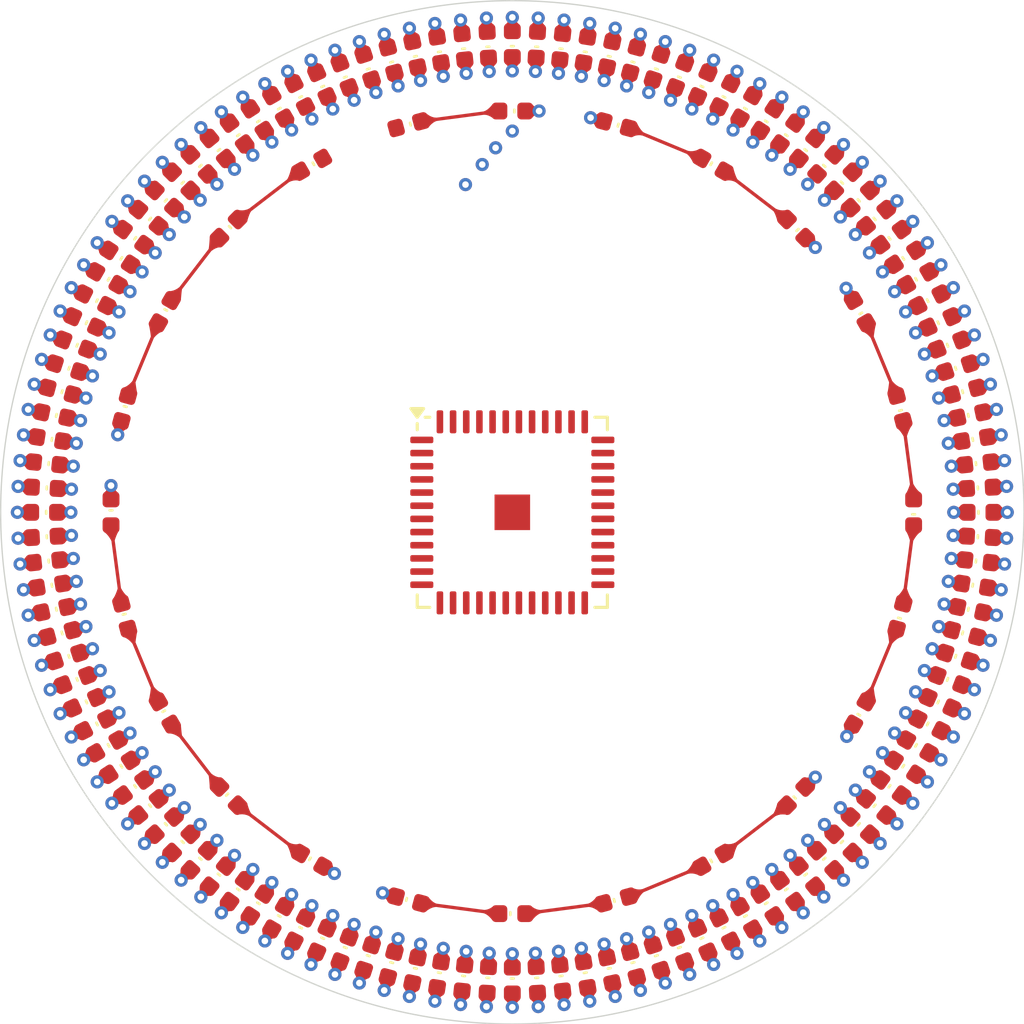
<source format=kicad_pcb>
(kicad_pcb (version 20240108) (generator "pcbnew") (generator_version "8.0")
  (layers (0 "F.Cu" signal) (1 "In1.Cu" signal) (2 "In2.Cu" signal) (3 "In3.Cu" signal) (4 "In4.Cu" signal) (31 "B.Cu" signal) (34 "B.Paste" user) (35 "F.Paste" user) (36 "B.SilkS" user "B.Silkscreen") (37 "F.SilkS" user "F.Silkscreen") (38 "B.Mask" user) (39 "F.Mask" user) (44 "Edge.Cuts" user))
  (net 0 "")
  (net 1 "/Charlie Displays/IO12")
  (net 2 "/Charlie Displays/IO0")
  (net 3 "/Charlie Displays/IO1")
  (net 4 "/Charlie Displays/IO2")
  (net 5 "/Charlie Displays/IO3")
  (net 6 "/Charlie Displays/IO4")
  (net 7 "/Charlie Displays/IO5")
  (net 8 "/Charlie Displays/IO6")
  (net 9 "/Charlie Displays/IO7")
  (net 10 "/Charlie Displays/IO8")
  (net 11 "/Charlie Displays/IO20")
  (net 12 "/Charlie Displays/IO10")
  (net 13 "/Charlie Displays/IO11")
  (net 14 "/Charlie Displays/IO13")
  (net 15 "/Charlie Displays/IO14")
  (net 16 "/Charlie Displays/IO15")
  (net 17 "/Charlie Displays/IO16")
  (net 18 "/Charlie Displays/IO17")
  (net 19 "/Charlie Displays/IO18")
  (net 20 "/Charlie Displays/IO21")
  (net 21 "/Charlie Displays/IO22")
  (net 22 "/Charlie Displays/IO23")
  (net 23 "/Charlie Displays/IO24")
  (net 61 "/Charlie Displays/IO25")
  (net 62 "VCC")
  (net 63 "GND")
  (footprint "LED_SMD:LED_0402_1005Metric" (layer "F.Cu") (at -8.071951 -15.842096 117)
    (property "Reference" "D65" (hide yes))
    (property "Value" "LED_Small" (hide yes))
  )
  (footprint "LED_SMD:LED_0402_1005Metric" (layer "F.Cu") (at -13.213115 -11.897142 138)
    (property "Reference" "D9" (hide yes))
    (property "Value" "LED_Small" (hide yes))
  )
  (footprint "LED_SMD:LED_0402_1005Metric" (layer "F.Cu") (at 16.242838 7.231778 -24)
    (property "Reference" "D42" (hide yes))
    (property "Value" "LED_Small" (hide yes))
  )
  (footprint "LED_SMD:LED_0402_1005Metric" (layer "F.Cu") (at -1.858516 -17.682599 96)
    (property "Reference" "D2" (hide yes))
    (property "Value" "LED_Small" (hide yes))
  )
  (footprint "LED_SMD:LED_0402_1005Metric" (layer "F.Cu") (at 17.682599 1.858516 -6)
    (property "Reference" "D45" (hide yes))
    (property "Value" "LED_Small" (hide yes))
  )
  (footprint "LED_SMD:LED_0402_1005Metric" (layer "F.Cu") (at -14.384322 -10.450822 144)
    (property "Reference" "D10" (hide yes))
    (property "Value" "LED_Small" (hide yes))
  )
  (footprint "LED_SMD:LED_0402_1005Metric" (layer "F.Cu") (at -12.572358 -12.572359 135)
    (property "Reference" "D68" (hide yes))
    (property "Value" "LED_Small" (hide yes))
  )
  (footprint "LED_SMD:LED_0402_1005Metric" (layer "F.Cu") (at 3.944402 -14.72071 165)
    (property "Reference" "D143" (hide yes))
    (property "Value" "LED_Small" (hide yes))
  )
  (footprint "LED_SMD:LED_0402_1005Metric" (layer "F.Cu") (at 17.682599 -1.858516 6)
    (property "Reference" "D47" (hide yes))
    (property "Value" "LED_Small" (hide yes))
  )
  (footprint "LED_SMD:LED_0402_1005Metric" (layer "F.Cu") (at -10.450822 -14.384322 126)
    (property "Reference" "D7" (hide yes))
    (property "Value" "LED_Small" (hide yes))
  )
  (footprint "LED_SMD:LED_0402_1005Metric" (layer "F.Cu") (at -15.397932 8.89 -150)
    (property "Reference" "D21" (hide yes))
    (property "Value" "LED_Small" (hide yes))
  )
  (footprint "LED_SMD:LED_0402_1005Metric" (layer "F.Cu") (at 6.371782 -16.59906 69)
    (property "Reference" "D117" (hide yes))
    (property "Value" "LED_Small" (hide yes))
  )
  (footprint "LED_SMD:LED_0402_1005Metric" (layer "F.Cu") (at 12.572358 12.572359 -45)
    (property "Reference" "D98" (hide yes))
    (property "Value" "LED_Small" (hide yes))
  )
  (footprint "LED_SMD:LED_0402_1005Metric" (layer "F.Cu") (at 12.572359 -12.572358 45)
    (property "Reference" "D113" (hide yes))
    (property "Value" "LED_Small" (hide yes))
  )
  (footprint "LED_SMD:LED_0402_1005Metric" (layer "F.Cu") (at 17.174161 4.601803 -15)
    (property "Reference" "D103" (hide yes))
    (property "Value" "LED_Small" (hide yes))
  )
  (footprint "LED_SMD:LED_0402_1005Metric" (layer "F.Cu") (at -2.781404 -17.561099 99)
    (property "Reference" "D62" (hide yes))
    (property "Value" "LED_Small" (hide yes))
  )
  (footprint "LED_SMD:LED_0402_1005Metric" (layer "F.Cu") (at 3.69667 17.391464 -78)
    (property "Reference" "D33" (hide yes))
    (property "Value" "LED_Small" (hide yes))
  )
  (footprint "LED_SMD:LED_0402_1005Metric" (layer "F.Cu") (at 10.450822 14.384322 -54)
    (property "Reference" "D37" (hide yes))
    (property "Value" "LED_Small" (hide yes))
  )
  (footprint "LED_SMD:LED_0402_1005Metric" (layer "F.Cu") (at -8.071951 15.842096 -117)
    (property "Reference" "D86" (hide yes))
    (property "Value" "LED_Small" (hide yes))
  )
  (footprint "LED_SMD:LED_0402_1005Metric" (layer "F.Cu") (at -10.776307 -10.776307 -135)
    (property "Reference" "D123" (hide yes))
    (property "Value" "LED_Small" (hide yes))
  )
  (footprint "LED_SMD:LED_0402_1005Metric" (layer "F.Cu") (at -17.755633 -0.930534 177)
    (property "Reference" "D75" (hide yes))
    (property "Value" "LED_Small" (hide yes))
  )
  (footprint "LED_SMD:LED_0402_1005Metric" (layer "F.Cu") (at 13.817655 -11.189316 39)
    (property "Reference" "D112" (hide yes))
    (property "Value" "LED_Small" (hide yes))
  )
  (footprint "LED_SMD:LED_0402_1005Metric" (layer "F.Cu") (at -15.842096 8.071951 -153)
    (property "Reference" "D80" (hide yes))
    (property "Value" "LED_Small" (hide yes))
  )
  (footprint "Package_DFN_QFN:QFN-48-1EP_7x7mm_P0.5mm_EP5.6x5.6mm" (layer "F.Cu") (at 0 0)
    (property "Reference" "U2" (hide yes))
    (property "Value" "STM32L412CBUxP")
  )
  (footprint "LED_SMD:LED_0402_1005Metric" (layer "F.Cu") (at 4.601802 17.174161 -75)
    (property "Reference" "D93" (hide yes))
    (property "Value" "LED_Small" (hide yes))
  )
  (footprint "LED_SMD:LED_0402_1005Metric" (layer "F.Cu") (at -11.897142 -13.213115 132)
    (property "Reference" "D8" (hide yes))
    (property "Value" "LED_Small" (hide yes))
  )
  (footprint "LED_SMD:LED_0402_1005Metric" (layer "F.Cu") (at 11.897142 -13.213115 48)
    (property "Reference" "D54" (hide yes))
    (property "Value" "LED_Small" (hide yes))
  )
  (footprint "LED_SMD:LED_0402_1005Metric" (layer "F.Cu") (at 16.59906 -6.371782 21)
    (property "Reference" "D109" (hide yes))
    (property "Value" "LED_Small" (hide yes))
  )
  (footprint "LED_SMD:LED_0402_1005Metric" (layer "F.Cu") (at 3.69667 -17.391464 78)
    (property "Reference" "D59" (hide yes))
    (property "Value" "LED_Small" (hide yes))
  )
  (footprint "LED_SMD:LED_0402_1005Metric" (layer "F.Cu") (at -5.494322 16.909785 -108)
    (property "Reference" "D28" (hide yes))
    (property "Value" "LED_Small" (hide yes))
  )
  (footprint "LED_SMD:LED_0402_1005Metric" (layer "F.Cu") (at 2.781404 17.561099 -81)
    (property "Reference" "D92" (hide yes))
    (property "Value" "LED_Small" (hide yes))
  )
  (footprint "LED_SMD:LED_0402_1005Metric" (layer "F.Cu") (at -17.561099 -2.781405 171)
    (property "Reference" "D74" (hide yes))
    (property "Value" "LED_Small" (hide yes))
  )
  (footprint "LED_SMD:LED_0402_1005Metric" (layer "F.Cu") (at -11.189316 -13.817655 129)
    (property "Reference" "D67" (hide yes))
    (property "Value" "LED_Small" (hide yes))
  )
  (footprint "LED_SMD:LED_0402_1005Metric" (layer "F.Cu") (at -16.59906 6.371782 -159)
    (property "Reference" "D79" (hide yes))
    (property "Value" "LED_Small" (hide yes))
  )
  (footprint "LED_SMD:LED_0402_1005Metric" (layer "F.Cu") (at -15.24 0 -90)
    (property "Reference" "D126" (hide yes))
    (property "Value" "LED_Small" (hide yes))
  )
  (footprint "LED_SMD:LED_0402_1005Metric" (layer "F.Cu") (at 13.213115 -11.897142 42)
    (property "Reference" "D53" (hide yes))
    (property "Value" "LED_Small" (hide yes))
  )
  (footprint "LED_SMD:LED_0402_1005Metric" (layer "F.Cu") (at 17.755633 0.930534 -3)
    (property "Reference" "D105" (hide yes))
    (property "Value" "LED_Small" (hide yes))
  )
  (footprint "LED_SMD:LED_0402_1005Metric" (layer "F.Cu") (at -4.601803 17.174161 -105)
    (property "Reference" "D88" (hide yes))
    (property "Value" "LED_Small" (hide yes))
  )
  (footprint "LED_SMD:LED_0402_1005Metric" (layer "F.Cu") (at -2.781405 17.561099 -99)
    (property "Reference" "D89" (hide yes))
    (property "Value" "LED_Small" (hide yes))
  )
  (footprint "LED_SMD:LED_0402_1005Metric" (layer "F.Cu") (at -10.450822 14.384322 -126)
    (property "Reference" "D25" (hide yes))
    (property "Value" "LED_Small" (hide yes))
  )
  (footprint "LED_SMD:LED_0402_1005Metric" (layer "F.Cu") (at -13.817655 11.189316 -141)
    (property "Reference" "D82" (hide yes))
    (property "Value" "LED_Small" (hide yes))
  )
  (footprint "LED_SMD:LED_0402_1005Metric" (layer "F.Cu") (at -17.682599 1.858516 -174)
    (property "Reference" "D17" (hide yes))
    (property "Value" "LED_Small" (hide yes))
  )
  (footprint "LED_SMD:LED_0402_1005Metric" (layer "F.Cu") (at 11.189316 13.817655 -51)
    (property "Reference" "D97" (hide yes))
    (property "Value" "LED_Small" (hide yes))
  )
  (footprint "LED_SMD:LED_0402_1005Metric" (layer "F.Cu") (at 0 -17.78 90)
    (property "Reference" "D1" (hide yes))
    (property "Value" "LED_Small" (hide yes))
  )
  (footprint "LED_SMD:LED_0402_1005Metric" (layer "F.Cu") (at 14.911563 -9.683682 33)
    (property "Reference" "D111" (hide yes))
    (property "Value" "LED_Small" (hide yes))
  )
  (footprint "LED_SMD:LED_0402_1005Metric" (layer "F.Cu") (at 17.391464 -3.69667 12)
    (property "Reference" "D48" (hide yes))
    (property "Value" "LED_Small" (hide yes))
  )
  (footprint "LED_SMD:LED_0402_1005Metric" (layer "F.Cu") (at -17.391464 -3.69667 168)
    (property "Reference" "D14" (hide yes))
    (property "Value" "LED_Small" (hide yes))
  )
  (footprint "LED_SMD:LED_0402_1005Metric" (layer "F.Cu") (at 4.601803 -17.174161 75)
    (property "Reference" "D118" (hide yes))
    (property "Value" "LED_Small" (hide yes))
  )
  (footprint "LED_SMD:LED_0402_1005Metric" (layer "F.Cu") (at -14.384322 10.450822 -144)
    (property "Reference" "D22" (hide yes))
    (property "Value" "LED_Small" (hide yes))
  )
  (footprint "LED_SMD:LED_0402_1005Metric" (layer "F.Cu") (at 0 -15.24 180)
    (property "Reference" "D144" (hide yes))
    (property "Value" "LED_Small" (hide yes))
  )
  (footprint "LED_SMD:LED_0402_1005Metric" (layer "F.Cu") (at -17.682599 -1.858516 174)
    (property "Reference" "D15" (hide yes))
    (property "Value" "LED_Small" (hide yes))
  )
  (footprint "LED_SMD:LED_0402_1005Metric" (layer "F.Cu") (at 9.683682 14.911563 -57)
    (property "Reference" "D96" (hide yes))
    (property "Value" "LED_Small" (hide yes))
  )
  (footprint "LED_SMD:LED_0402_1005Metric" (layer "F.Cu") (at 3.944402 14.72071 15)
    (property "Reference" "D133" (hide yes))
    (property "Value" "LED_Small" (hide yes))
  )
  (footprint "LED_SMD:LED_0402_1005Metric" (layer "F.Cu") (at 15.842096 8.071951 -27)
    (property "Reference" "D101" (hide yes))
    (property "Value" "LED_Small" (hide yes))
  )
  (footprint "LED_SMD:LED_0402_1005Metric" (layer "F.Cu") (at -7.62 -13.198227 -150)
    (property "Reference" "D122" (hide yes))
    (property "Value" "LED_Small" (hide yes))
  )
  (footprint "LED_SMD:LED_0402_1005Metric" (layer "F.Cu") (at -8.89 15.397932 -120)
    (property "Reference" "D26" (hide yes))
    (property "Value" "LED_Small" (hide yes))
  )
  (footprint "LED_SMD:LED_0402_1005Metric" (layer "F.Cu") (at 2.781405 -17.561099 81)
    (property "Reference" "D119" (hide yes))
    (property "Value" "LED_Small" (hide yes))
  )
  (footprint "LED_SMD:LED_0402_1005Metric" (layer "F.Cu") (at -3.944402 -14.72071 -165)
    (property "Reference" "D121" (hide yes))
    (property "Value" "LED_Small" (hide yes))
  )
  (footprint "LED_SMD:LED_0402_1005Metric" (layer "F.Cu") (at -3.69667 -17.391464 102)
    (property "Reference" "D3" (hide yes))
    (property "Value" "LED_Small" (hide yes))
  )
  (footprint "LED_SMD:LED_0402_1005Metric" (layer "F.Cu") (at -14.72071 -3.944402 -105)
    (property "Reference" "D125" (hide yes))
    (property "Value" "LED_Small" (hide yes))
  )
  (footprint "LED_SMD:LED_0402_1005Metric" (layer "F.Cu") (at -11.897142 13.213115 -132)
    (property "Reference" "D24" (hide yes))
    (property "Value" "LED_Small" (hide yes))
  )
  (footprint "LED_SMD:LED_0402_1005Metric" (layer "F.Cu") (at 14.72071 -3.944402 105)
    (property "Reference" "D139" (hide yes))
    (property "Value" "LED_Small" (hide yes))
  )
  (footprint "LED_SMD:LED_0402_1005Metric" (layer "F.Cu") (at 1.858516 17.682599 -84)
    (property "Reference" "D32" (hide yes))
    (property "Value" "LED_Small" (hide yes))
  )
  (footprint "LED_SMD:LED_0402_1005Metric" (layer "F.Cu") (at -3.944402 14.72071 -15)
    (property "Reference" "D131" (hide yes))
    (property "Value" "LED_Small" (hide yes))
  )
  (footprint "LED_SMD:LED_0402_1005Metric" (layer "F.Cu") (at -9.683682 -14.911563 123)
    (property "Reference" "D66" (hide yes))
    (property "Value" "LED_Small" (hide yes))
  )
  (footprint "LED_SMD:LED_0402_1005Metric" (layer "F.Cu") (at -16.909785 5.494322 -162)
    (property "Reference" "D19" (hide yes))
    (property "Value" "LED_Small" (hide yes))
  )
  (footprint "LED_SMD:LED_0402_1005Metric" (layer "F.Cu") (at -8.89 -15.397932 120)
    (property "Reference" "D6" (hide yes))
    (property "Value" "LED_Small" (hide yes))
  )
  (footprint "LED_SMD:LED_0402_1005Metric" (layer "F.Cu") (at 7.231778 16.242838 -66)
    (property "Reference" "D35" (hide yes))
    (property "Value" "LED_Small" (hide yes))
  )
  (footprint "LED_SMD:LED_0402_1005Metric" (layer "F.Cu") (at -16.242838 7.231778 -156)
    (property "Reference" "D20" (hide yes))
    (property "Value" "LED_Small" (hide yes))
  )
  (footprint "LED_SMD:LED_0402_1005Metric" (layer "F.Cu") (at 8.89 -15.397932 60)
    (property "Reference" "D56" (hide yes))
    (property "Value" "LED_Small" (hide yes))
  )
  (footprint "LED_SMD:LED_0402_1005Metric" (layer "F.Cu") (at 8.071951 15.842096 -63)
    (property "Reference" "D95" (hide yes))
    (property "Value" "LED_Small" (hide yes))
  )
  (footprint "LED_SMD:LED_0402_1005Metric" (layer "F.Cu") (at 14.384322 10.450822 -36)
    (property "Reference" "D40" (hide yes))
    (property "Value" "LED_Small" (hide yes))
  )
  (footprint "LED_SMD:LED_0402_1005Metric" (layer "F.Cu") (at 8.89 15.397932 -60)
    (property "Reference" "D36" (hide yes))
    (property "Value" "LED_Small" (hide yes))
  )
  (footprint "LED_SMD:LED_0402_1005Metric" (layer "F.Cu") (at -14.911563 9.683682 -147)
    (property "Reference" "D81" (hide yes))
    (property "Value" "LED_Small" (hide yes))
  )
  (footprint "LED_SMD:LED_0402_1005Metric" (layer "F.Cu") (at 15.24 0 90)
    (property "Reference" "D138" (hide yes))
    (property "Value" "LED_Small" (hide yes))
  )
  (footprint "LED_SMD:LED_0402_1005Metric" (layer "F.Cu") (at 15.397932 8.89 -30)
    (property "Reference" "D41" (hide yes))
    (property "Value" "LED_Small" (hide yes))
  )
  (footprint "LED_SMD:LED_0402_1005Metric" (layer "F.Cu") (at -12.572359 12.572358 -135)
    (property "Reference" "D83" (hide yes))
    (property "Value" "LED_Small" (hide yes))
  )
  (footprint "LED_SMD:LED_0402_1005Metric" (layer "F.Cu") (at 11.897142 13.213115 -48)
    (property "Reference" "D38" (hide yes))
    (property "Value" "LED_Small" (hide yes))
  )
  (footprint "LED_SMD:LED_0402_1005Metric" (layer "F.Cu") (at 14.911562 9.683682 -33)
    (property "Reference" "D100" (hide yes))
    (property "Value" "LED_Small" (hide yes))
  )
  (footprint "LED_SMD:LED_0402_1005Metric" (layer "F.Cu") (at 8.071951 -15.842096 63)
    (property "Reference" "D116" (hide yes))
    (property "Value" "LED_Small" (hide yes))
  )
  (footprint "LED_SMD:LED_0402_1005Metric" (layer "F.Cu") (at -0.930534 17.755633 -93)
    (property "Reference" "D90" (hide yes))
    (property "Value" "LED_Small" (hide yes))
  )
  (footprint "LED_SMD:LED_0402_1005Metric" (layer "F.Cu") (at 14.72071 3.944402 75)
    (property "Reference" "D137" (hide yes))
    (property "Value" "LED_Small" (hide yes))
  )
  (footprint "LED_SMD:LED_0402_1005Metric" (layer "F.Cu") (at -10.776307 10.776307 -45)
    (property "Reference" "D129" (hide yes))
    (property "Value" "LED_Small" (hide yes))
  )
  (footprint "LED_SMD:LED_0402_1005Metric" (layer "F.Cu") (at 7.62 13.198227 30)
    (property "Reference" "D134" (hide yes))
    (property "Value" "LED_Small" (hide yes))
  )
  (footprint "LED_SMD:LED_0402_1005Metric" (layer "F.Cu") (at 7.231778 -16.242838 66)
    (property "Reference" "D57" (hide yes))
    (property "Value" "LED_Small" (hide yes))
  )
  (footprint "LED_SMD:LED_0402_1005Metric" (layer "F.Cu") (at 0 15.24)
    (property "Reference" "D132" (hide yes))
    (property "Value" "LED_Small" (hide yes))
  )
  (footprint "LED_SMD:LED_0402_1005Metric" (layer "F.Cu") (at 17.755633 -0.930533 3)
    (property "Reference" "D106" (hide yes))
    (property "Value" "LED_Small" (hide yes))
  )
  (footprint "LED_SMD:LED_0402_1005Metric" (layer "F.Cu") (at 16.242838 -7.231778 24)
    (property "Reference" "D50" (hide yes))
    (property "Value" "LED_Small" (hide yes))
  )
  (footprint "LED_SMD:LED_0402_1005Metric" (layer "F.Cu") (at 10.776307 10.776307 45)
    (property "Reference" "D135" (hide yes))
    (property "Value" "LED_Small" (hide yes))
  )
  (footprint "LED_SMD:LED_0402_1005Metric" (layer "F.Cu") (at -17.78 0 180)
    (property "Reference" "D16" (hide yes))
    (property "Value" "LED_Small" (hide yes))
  )
  (footprint "LED_SMD:LED_0402_1005Metric" (layer "F.Cu") (at 15.397932 -8.89 30)
    (property "Reference" "D51" (hide yes))
    (property "Value" "LED_Small" (hide yes))
  )
  (footprint "LED_SMD:LED_0402_1005Metric" (layer "F.Cu") (at -16.59906 -6.371782 159)
    (property "Reference" "D72" (hide yes))
    (property "Value" "LED_Small" (hide yes))
  )
  (footprint "LED_SMD:LED_0402_1005Metric" (layer "F.Cu") (at -6.371782 16.59906 -111)
    (property "Reference" "D87" (hide yes))
    (property "Value" "LED_Small" (hide yes))
  )
  (footprint "LED_SMD:LED_0402_1005Metric" (layer "F.Cu") (at 10.450822 -14.384322 54)
    (property "Reference" "D55" (hide yes))
    (property "Value" "LED_Small" (hide yes))
  )
  (footprint "LED_SMD:LED_0402_1005Metric" (layer "F.Cu") (at 17.391464 3.69667 -12)
    (property "Reference" "D44" (hide yes))
    (property "Value" "LED_Small" (hide yes))
  )
  (footprint "LED_SMD:LED_0402_1005Metric" (layer "F.Cu") (at -13.198227 -7.62 -120)
    (property "Reference" "D124" (hide yes))
    (property "Value" "LED_Small" (hide yes))
  )
  (footprint "LED_SMD:LED_0402_1005Metric" (layer "F.Cu") (at 17.78 0)
    (property "Reference" "D46" (hide yes))
    (property "Value" "LED_Small" (hide yes))
  )
  (footprint "LED_SMD:LED_0402_1005Metric" (layer "F.Cu") (at 9.683682 -14.911562 57)
    (property "Reference" "D115" (hide yes))
    (property "Value" "LED_Small" (hide yes))
  )
  (footprint "LED_SMD:LED_0402_1005Metric" (layer "F.Cu") (at -17.755633 0.930533 -177)
    (property "Reference" "D76" (hide yes))
    (property "Value" "LED_Small" (hide yes))
  )
  (footprint "LED_SMD:LED_0402_1005Metric" (layer "F.Cu") (at -15.842096 -8.071951 153)
    (property "Reference" "D71" (hide yes))
    (property "Value" "LED_Small" (hide yes))
  )
  (footprint "LED_SMD:LED_0402_1005Metric" (layer "F.Cu") (at -0.930533 -17.755633 93)
    (property "Reference" "D61" (hide yes))
    (property "Value" "LED_Small" (hide yes))
  )
  (footprint "LED_SMD:LED_0402_1005Metric" (layer "F.Cu") (at 16.909785 5.494322 -18)
    (property "Reference" "D43" (hide yes))
    (property "Value" "LED_Small" (hide yes))
  )
  (footprint "LED_SMD:LED_0402_1005Metric" (layer "F.Cu") (at 17.174161 -4.601802 15)
    (property "Reference" "D108" (hide yes))
    (property "Value" "LED_Small" (hide yes))
  )
  (footprint "LED_SMD:LED_0402_1005Metric" (layer "F.Cu") (at -13.213115 11.897142 -138)
    (property "Reference" "D23" (hide yes))
    (property "Value" "LED_Small" (hide yes))
  )
  (footprint "LED_SMD:LED_0402_1005Metric" (layer "F.Cu") (at 15.842096 -8.071951 27)
    (property "Reference" "D110" (hide yes))
    (property "Value" "LED_Small" (hide yes))
  )
  (footprint "LED_SMD:LED_0402_1005Metric" (layer "F.Cu") (at -14.72071 3.944402 -75)
    (property "Reference" "D127" (hide yes))
    (property "Value" "LED_Small" (hide yes))
  )
  (footprint "LED_SMD:LED_0402_1005Metric" (layer "F.Cu") (at -17.174161 -4.601803 165)
    (property "Reference" "D73" (hide yes))
    (property "Value" "LED_Small" (hide yes))
  )
  (footprint "LED_SMD:LED_0402_1005Metric" (layer "F.Cu") (at -5.494322 -16.909785 108)
    (property "Reference" "D4" (hide yes))
    (property "Value" "LED_Small" (hide yes))
  )
  (footprint "LED_SMD:LED_0402_1005Metric" (layer "F.Cu") (at 6.371782 16.59906 -69)
    (property "Reference" "D94" (hide yes))
    (property "Value" "LED_Small" (hide yes))
  )
  (footprint "LED_SMD:LED_0402_1005Metric" (layer "F.Cu") (at -15.397932 -8.89 150)
    (property "Reference" "D11" (hide yes))
    (property "Value" "LED_Small" (hide yes))
  )
  (footprint "LED_SMD:LED_0402_1005Metric" (layer "F.Cu") (at -9.683682 14.911562 -123)
    (property "Reference" "D85" (hide yes))
    (property "Value" "LED_Small" (hide yes))
  )
  (footprint "LED_SMD:LED_0402_1005Metric" (layer "F.Cu") (at 10.776307 -10.776307 135)
    (property "Reference" "D141" (hide yes))
    (property "Value" "LED_Small" (hide yes))
  )
  (footprint "LED_SMD:LED_0402_1005Metric" (layer "F.Cu") (at -13.817655 -11.189317 141)
    (property "Reference" "D69" (hide yes))
    (property "Value" "LED_Small" (hide yes))
  )
  (footprint "LED_SMD:LED_0402_1005Metric" (layer "F.Cu") (at -17.391464 3.69667 -168)
    (property "Reference" "D18" (hide yes))
    (property "Value" "LED_Small" (hide yes))
  )
  (footprint "LED_SMD:LED_0402_1005Metric" (layer "F.Cu") (at -14.911562 -9.683682 147)
    (property "Reference" "D70" (hide yes))
    (property "Value" "LED_Small" (hide yes))
  )
  (footprint "LED_SMD:LED_0402_1005Metric" (layer "F.Cu") (at -1.858516 17.682599 -96)
    (property "Reference" "D30" (hide yes))
    (property "Value" "LED_Small" (hide yes))
  )
  (footprint "LED_SMD:LED_0402_1005Metric" (layer "F.Cu") (at -16.242838 -7.231778 156)
    (property "Reference" "D12" (hide yes))
    (property "Value" "LED_Small" (hide yes))
  )
  (footprint "LED_SMD:LED_0402_1005Metric" (layer "F.Cu") (at 17.561099 2.781405 -9)
    (property "Reference" "D104" (hide yes))
    (property "Value" "LED_Small" (hide yes))
  )
  (footprint "LED_SMD:LED_0402_1005Metric" (layer "F.Cu") (at 17.561099 -2.781404 9)
    (property "Reference" "D107" (hide yes))
    (property "Value" "LED_Small" (hide yes))
  )
  (footprint "LED_SMD:LED_0402_1005Metric" (layer "F.Cu") (at -3.69667 17.391464 -102)
    (property "Reference" "D29" (hide yes))
    (property "Value" "LED_Small" (hide yes))
  )
  (footprint "LED_SMD:LED_0402_1005Metric" (layer "F.Cu") (at 13.817655 11.189317 -39)
    (property "Reference" "D99" (hide yes))
    (property "Value" "LED_Small" (hide yes))
  )
  (footprint "LED_SMD:LED_0402_1005Metric" (layer "F.Cu") (at 0.930533 17.755633 -87)
    (property "Reference" "D91" (hide yes))
    (property "Value" "LED_Small" (hide yes))
  )
  (footprint "LED_SMD:LED_0402_1005Metric" (layer "F.Cu") (at 7.62 -13.198227 -30)
    (property "Reference" "D142" (hide yes))
    (property "Value" "LED_Small" (hide yes))
  )
  (footprint "LED_SMD:LED_0402_1005Metric" (layer "F.Cu") (at 5.494322 16.909785 -72)
    (property "Reference" "D34" (hide yes))
    (property "Value" "LED_Small" (hide yes))
  )
  (footprint "LED_SMD:LED_0402_1005Metric" (layer "F.Cu") (at 16.59906 6.371782 -21)
    (property "Reference" "D102" (hide yes))
    (property "Value" "LED_Small" (hide yes))
  )
  (footprint "LED_SMD:LED_0402_1005Metric" (layer "F.Cu") (at -16.909785 -5.494322 162)
    (property "Reference" "D13" (hide yes))
    (property "Value" "LED_Small" (hide yes))
  )
  (footprint "LED_SMD:LED_0402_1005Metric" (layer "F.Cu") (at -17.561099 2.781404 -171)
    (property "Reference" "D77" (hide yes))
    (property "Value" "LED_Small" (hide yes))
  )
  (footprint "LED_SMD:LED_0402_1005Metric" (layer "F.Cu") (at -4.601802 -17.174161 105)
    (property "Reference" "D63" (hide yes))
    (property "Value" "LED_Small" (hide yes))
  )
  (footprint "LED_SMD:LED_0402_1005Metric" (layer "F.Cu") (at -17.174161 4.601802 -165)
    (property "Reference" "D78" (hide yes))
    (property "Value" "LED_Small" (hide yes))
  )
  (footprint "LED_SMD:LED_0402_1005Metric" (layer "F.Cu") (at 0 17.78 -90)
    (property "Reference" "D31" (hide yes))
    (property "Value" "LED_Small" (hide yes))
  )
  (footprint "LED_SMD:LED_0402_1005Metric" (layer "F.Cu") (at -13.198227 7.62 -60)
    (property "Reference" "D128" (hide yes))
    (property "Value" "LED_Small" (hide yes))
  )
  (footprint "LED_SMD:LED_0402_1005Metric" (layer "F.Cu") (at 13.198227 -7.62 120)
    (property "Reference" "D140" (hide yes))
    (property "Value" "LED_Small" (hide yes))
  )
  (footprint "LED_SMD:LED_0402_1005Metric" (layer "F.Cu") (at 0.930534 -17.755633 87)
    (property "Reference" "D120" (hide yes))
    (property "Value" "LED_Small" (hide yes))
  )
  (footprint "LED_SMD:LED_0402_1005Metric" (layer "F.Cu") (at -7.231778 16.242838 -114)
    (property "Reference" "D27" (hide yes))
    (property "Value" "LED_Small" (hide yes))
  )
  (footprint "LED_SMD:LED_0402_1005Metric" (layer "F.Cu") (at -11.189317 13.817655 -129)
    (property "Reference" "D84" (hide yes))
    (property "Value" "LED_Small" (hide yes))
  )
  (footprint "LED_SMD:LED_0402_1005Metric" (layer "F.Cu") (at 11.189317 -13.817655 51)
    (property "Reference" "D114" (hide yes))
    (property "Value" "LED_Small" (hide yes))
  )
  (footprint "LED_SMD:LED_0402_1005Metric" (layer "F.Cu") (at 13.213115 11.897142 -42)
    (property "Reference" "D39" (hide yes))
    (property "Value" "LED_Small" (hide yes))
  )
  (footprint "LED_SMD:LED_0402_1005Metric" (layer "F.Cu") (at 16.909785 -5.494322 18)
    (property "Reference" "D49" (hide yes))
    (property "Value" "LED_Small" (hide yes))
  )
  (footprint "LED_SMD:LED_0402_1005Metric" (layer "F.Cu") (at 1.858516 -17.682599 84)
    (property "Reference" "D60" (hide yes))
    (property "Value" "LED_Small" (hide yes))
  )
  (footprint "LED_SMD:LED_0402_1005Metric" (layer "F.Cu") (at 13.198227 7.62 60)
    (property "Reference" "D136" (hide yes))
    (property "Value" "LED_Small" (hide yes))
  )
  (footprint "LED_SMD:LED_0402_1005Metric" (layer "F.Cu") (at -7.62 13.198227 -30)
    (property "Reference" "D130" (hide yes))
    (property "Value" "LED_Small" (hide yes))
  )
  (footprint "LED_SMD:LED_0402_1005Metric" (layer "F.Cu") (at -7.231778 -16.242838 114)
    (property "Reference" "D5" (hide yes))
    (property "Value" "LED_Small" (hide yes))
  )
  (footprint "LED_SMD:LED_0402_1005Metric" (layer "F.Cu") (at -6.371782 -16.59906 111)
    (property "Reference" "D64" (hide yes))
    (property "Value" "LED_Small" (hide yes))
  )
  (footprint "LED_SMD:LED_0402_1005Metric" (layer "F.Cu") (at 5.494322 -16.909785 72)
    (property "Reference" "D58" (hide yes))
    (property "Value" "LED_Small" (hide yes))
  )
  (footprint "LED_SMD:LED_0402_1005Metric" (layer "F.Cu") (at 14.384322 -10.450822 36)
    (property "Reference" "D52" (hide yes))
    (property "Value" "LED_Small" (hide yes))
  )
  (gr_circle (center 0 0) (end 0 -19.431) (stroke (width 0.05)) (fill none) (layer "Edge.Cuts"))
  (segment (start -2.857275 -18.040127) (end -2.940341 -18.564589) (width 0.127) (layer "F.Cu") (net 1))
  (segment (start 16.705687 4.476276) (end 16.192781 4.338843) (width 0.127) (layer "F.Cu") (net 1))
  (segment (start 0.955916 -18.239968) (end 0.983707 -18.77024) (width 0.127) (layer "F.Cu") (net 1))
  (segment (start -4.476275 -16.705687) (end -4.338843 -16.192781) (width 0.127) (layer "F.Cu") (net 1))
  (segment (start -14.19457 -11.494537) (end -14.607234 -11.828706) (width 0.127) (layer "F.Cu") (net 1))
  (segment (start -17.08207 2.705534) (end -16.557608 2.622468) (width 0.127) (layer "F.Cu") (net 1))
  (segment (start 6.197973 16.146274) (end 6.00768 15.650543) (width 0.127) (layer "F.Cu") (net 1))
  (segment (start 4.72733 17.642635) (end 4.864762 18.155541) (width 0.127) (layer "F.Cu") (net 1))
  (segment (start 17.051846 6.545591) (end 17.547577 6.735885) (width 0.127) (layer "F.Cu") (net 1))
  (segment (start 15.318318 -9.947832) (end 15.763652 -10.237035) (width 0.127) (layer "F.Cu") (net 1))
  (segment (start -14.504807 -9.419533) (end -14.059473 -9.13033) (width 0.127) (layer "F.Cu") (net 1))
  (segment (start -9.419533 14.504807) (end -9.13033 14.059473) (width 0.127) (layer "F.Cu") (net 1))
  (segment (start 13.44074 -10.884096) (end 13.028075 -10.549927) (width 0.127) (layer "F.Cu") (net 1))
  (via (at -14.059474 -9.130329) (size 0.5) (drill 0.25) (layers "F.Cu" "B.Cu") (net 1))
  (via (at 6.00768 15.650543) (size 0.5) (drill 0.25) (layers "F.Cu" "B.Cu") (net 1))
  (via (at -9.130329 14.059474) (size 0.5) (drill 0.25) (layers "F.Cu" "B.Cu") (net 1))
  (via (at 17.547578 6.735884) (size 0.5) (drill 0.25) (layers "F.Cu" "B.Cu") (net 1))
  (via (at -14.607236 -11.828706) (size 0.5) (drill 0.25) (layers "F.Cu" "B.Cu") (net 1))
  (via (at 16.192781 4.338843) (size 0.5) (drill 0.25) (layers "F.Cu" "B.Cu") (net 1))
  (via (at 0.983706 -18.770241) (size 0.5) (drill 0.25) (layers "F.Cu" "B.Cu") (net 1))
  (via (at -2.940343 -18.56459) (size 0.5) (drill 0.25) (layers "F.Cu" "B.Cu") (net 1))
  (via (at 13.028075 -10.549927) (size 0.5) (drill 0.25) (layers "F.Cu" "B.Cu") (net 1))
  (via (at -4.338843 -16.192781) (size 0.5) (drill 0.25) (layers "F.Cu" "B.Cu") (net 1))
  (via (at 4.864763 18.155542) (size 0.5) (drill 0.25) (layers "F.Cu" "B.Cu") (net 1))
  (via (at -16.557608 2.622467) (size 0.5) (drill 0.25) (layers "F.Cu" "B.Cu") (net 1))
  (via (at 15.763652 -10.237036) (size 0.5) (drill 0.25) (layers "F.Cu" "B.Cu") (net 1))
  (segment (start -12.85269 -11.572614) (end -12.45808 -11.217306) (width 0.127) (layer "F.Cu") (net 2))
  (segment (start 8.6475 14.977909) (end 8.382 14.51805) (width 0.127) (layer "F.Cu") (net 2))
  (segment (start 17.200256 1.80782) (end 16.672165 1.752315) (width 0.127) (layer "F.Cu") (net 2))
  (segment (start 17.865866 3.797507) (end 18.385262 3.907908) (width 0.127) (layer "F.Cu") (net 2))
  (segment (start 13.57354 -12.221671) (end 13.96815 -12.576979) (width 0.127) (layer "F.Cu") (net 2))
  (segment (start 11.572614 -12.85269) (end 11.217306 -12.45808) (width 0.127) (layer "F.Cu") (net 2))
  (segment (start -7.03451 15.799769) (end -6.818533 15.314676) (width 0.127) (layer "F.Cu") (net 2))
  (segment (start -16.917063 3.595833) (end -16.397667 3.485432) (width 0.127) (layer "F.Cu") (net 2))
  (segment (start 7.429045 16.685908) (end 7.645022 17.171001) (width 0.127) (layer "F.Cu") (net 2))
  (segment (start -9.1325 15.817954) (end -9.398 16.277813) (width 0.127) (layer "F.Cu") (net 2))
  (segment (start 0 -17.295) (end 0 -16.764) (width 0.127) (layer "F.Cu") (net 2))
  (segment (start -18.164942 1.909212) (end -18.693033 1.964717) (width 0.127) (layer "F.Cu") (net 2))
  (via (at 11.217305 -12.45808) (size 0.5) (drill 0.25) (layers "F.Cu" "B.Cu") (net 2))
  (via (at 13.96815 -12.576979) (size 0.5) (drill 0.25) (layers "F.Cu" "B.Cu") (net 2))
  (via (at -9.398 16.277813) (size 0.5) (drill 0.25) (layers "F.Cu" "B.Cu") (net 2))
  (via (at -18.693034 1.964717) (size 0.5) (drill 0.25) (layers "F.Cu" "B.Cu") (net 2))
  (via (at -12.45808 -11.217305) (size 0.5) (drill 0.25) (layers "F.Cu" "B.Cu") (net 2))
  (via (at 0 -14.478) (size 0.5) (drill 0.25) (layers "F.Cu" "B.Cu") (net 2))
  (via (at 7.645022 17.171) (size 0.5) (drill 0.25) (layers "F.Cu" "B.Cu") (net 2))
  (via (at 18.385262 3.907908) (size 0.5) (drill 0.25) (layers "F.Cu" "B.Cu") (net 2))
  (via (at -16.397666 3.485432) (size 0.5) (drill 0.25) (layers "F.Cu" "B.Cu") (net 2))
  (via (at -6.818533 15.314676) (size 0.5) (drill 0.25) (layers "F.Cu" "B.Cu") (net 2))
  (via (at 16.672165 1.752315) (size 0.5) (drill 0.25) (layers "F.Cu" "B.Cu") (net 2))
  (via (at 0 -16.764) (size 0.5) (drill 0.25) (layers "F.Cu" "B.Cu") (net 2))
  (via (at 8.382 14.51805) (size 0.5) (drill 0.25) (layers "F.Cu" "B.Cu") (net 2))
  (segment (start 10.735898 -14.776695) (end 11.048012 -15.206283) (width 0.127) (layer "F.Cu") (net 3))
  (segment (start 17.200256 -1.80782) (end 16.672165 -1.752315) (width 0.127) (layer "F.Cu") (net 3))
  (segment (start -17.371047 5.644195) (end -17.876058 5.808283) (width 0.127) (layer "F.Cu") (net 3))
  (segment (start -1.80782 -17.200256) (end -1.752315 -16.672165) (width 0.127) (layer "F.Cu") (net 3))
  (segment (start -3.595833 16.917063) (end -3.485432 16.397667) (width 0.127) (layer "F.Cu") (net 3))
  (segment (start -14.977909 -8.6475) (end -14.51805 -8.382) (width 0.127) (layer "F.Cu") (net 3))
  (segment (start 11.572614 12.85269) (end 11.217306 12.45808) (width 0.127) (layer "F.Cu") (net 3))
  (segment (start 18.265 0) (end 18.796 0) (width 0.127) (layer "F.Cu") (net 3))
  (segment (start 10.735898 14.776695) (end 11.048012 15.206283) (width 0.127) (layer "F.Cu") (net 3))
  (segment (start 8.6475 -14.977909) (end 8.382 -14.51805) (width 0.127) (layer "F.Cu") (net 3))
  (segment (start 0 -18.265) (end 0 -18.796) (width 0.127) (layer "F.Cu") (net 3))
  (segment (start -15.799769 7.03451) (end -15.314676 6.818533) (width 0.127) (layer "F.Cu") (net 3))
  (segment (start -14.776695 -10.735898) (end -15.206283 -11.048012) (width 0.127) (layer "F.Cu") (net 3))
  (segment (start -5.644195 17.371047) (end -5.808283 17.876058) (width 0.127) (layer "F.Cu") (net 3))
  (via (at 18.796 0) (size 0.5) (drill 0.25) (layers "F.Cu" "B.Cu") (net 3))
  (via (at -17.876058 5.808283) (size 0.5) (drill 0.25) (layers "F.Cu" "B.Cu") (net 3))
  (via (at -15.314676 6.818533) (size 0.5) (drill 0.25) (layers "F.Cu" "B.Cu") (net 3))
  (via (at -5.808283 17.876058) (size 0.5) (drill 0.25) (layers "F.Cu" "B.Cu") (net 3))
  (via (at -1.752315 -16.672165) (size 0.5) (drill 0.25) (layers "F.Cu" "B.Cu") (net 3))
  (via (at -3.485432 16.397666) (size 0.5) (drill 0.25) (layers "F.Cu" "B.Cu") (net 3))
  (via (at -1.143 -13.208) (size 0.5) (drill 0.25) (layers "F.Cu" "B.Cu") (net 3))
  (via (at -15.206283 -11.048012) (size 0.5) (drill 0.25) (layers "F.Cu" "B.Cu") (net 3))
  (via (at 8.382 -14.51805) (size 0.5) (drill 0.25) (layers "F.Cu" "B.Cu") (net 3))
  (via (at 11.048012 15.206283) (size 0.5) (drill 0.25) (layers "F.Cu" "B.Cu") (net 3))
  (via (at 16.672165 -1.752315) (size 0.5) (drill 0.25) (layers "F.Cu" "B.Cu") (net 3))
  (via (at -14.51805 -8.382) (size 0.5) (drill 0.25) (layers "F.Cu" "B.Cu") (net 3))
  (via (at 11.217305 12.45808) (size 0.5) (drill 0.25) (layers "F.Cu" "B.Cu") (net 3))
  (via (at 11.048012 -15.206283) (size 0.5) (drill 0.25) (layers "F.Cu" "B.Cu") (net 3))
  (via (at 0 -18.796) (size 0.5) (drill 0.25) (layers "F.Cu" "B.Cu") (net 3))
  (segment (start 16.685908 7.429045) (end 17.171001 7.645022) (width 0.127) (layer "F.Cu") (net 4))
  (segment (start -1.909212 -18.164942) (end -1.964717 -18.693033) (width 0.127) (layer "F.Cu") (net 4))
  (segment (start -13.57354 -12.221671) (end -13.96815 -12.576979) (width 0.127) (layer "F.Cu") (net 4))
  (segment (start 15.817954 -9.1325) (end 16.277813 -9.398) (width 0.127) (layer "F.Cu") (net 4))
  (segment (start 1.909212 -18.164942) (end 1.964717 -18.693033) (width 0.127) (layer "F.Cu") (net 4))
  (segment (start 5.344449 16.448522) (end 5.180361 15.943511) (width 0.127) (layer "F.Cu") (net 4))
  (segment (start 13.991949 -10.165746) (end 13.562361 -9.853632) (width 0.127) (layer "F.Cu") (net 4))
  (segment (start 3.797507 17.865866) (end 3.907908 18.385262) (width 0.127) (layer "F.Cu") (net 4))
  (segment (start -13.991949 -10.165746) (end -13.562361 -9.853632) (width 0.127) (layer "F.Cu") (net 4))
  (segment (start -10.165746 13.991949) (end -9.853632 13.562361) (width 0.127) (layer "F.Cu") (net 4))
  (segment (start -17.200256 1.80782) (end -16.672165 1.752315) (width 0.127) (layer "F.Cu") (net 4))
  (segment (start 16.448522 5.344449) (end 15.943511 5.180361) (width 0.127) (layer "F.Cu") (net 4))
  (segment (start -3.595833 -16.917063) (end -3.485432 -16.397667) (width 0.127) (layer "F.Cu") (net 4))
  (via (at -9.853632 13.562361) (size 0.5) (drill 0.25) (layers "F.Cu" "B.Cu") (net 4))
  (via (at 5.180361 15.943511) (size 0.5) (drill 0.25) (layers "F.Cu" "B.Cu") (net 4))
  (via (at -13.562361 -9.853632) (size 0.5) (drill 0.25) (layers "F.Cu" "B.Cu") (net 4))
  (via (at 15.943511 5.180361) (size 0.5) (drill 0.25) (layers "F.Cu" "B.Cu") (net 4))
  (via (at -13.96815 -12.576979) (size 0.5) (drill 0.25) (layers "F.Cu" "B.Cu") (net 4))
  (via (at -3.485432 -16.397666) (size 0.5) (drill 0.25) (layers "F.Cu" "B.Cu") (net 4))
  (via (at -1.964717 -18.693034) (size 0.5) (drill 0.25) (layers "F.Cu" "B.Cu") (net 4))
  (via (at 13.562361 -9.853632) (size 0.5) (drill 0.25) (layers "F.Cu" "B.Cu") (net 4))
  (via (at -16.672165 1.752315) (size 0.5) (drill 0.25) (layers "F.Cu" "B.Cu") (net 4))
  (via (at 17.171 7.645022) (size 0.5) (drill 0.25) (layers "F.Cu" "B.Cu") (net 4))
  (via (at 16.277813 -9.398) (size 0.5) (drill 0.25) (layers "F.Cu" "B.Cu") (net 4))
  (via (at 1.964717 -18.693034) (size 0.5) (drill 0.25) (layers "F.Cu" "B.Cu") (net 4))
  (via (at 3.907908 18.385262) (size 0.5) (drill 0.25) (layers "F.Cu" "B.Cu") (net 4))
  (segment (start -13.991949 10.165746) (end -13.562361 9.853632) (width 0.127) (layer "F.Cu") (net 5))
  (segment (start 17.865866 -3.797507) (end 18.385262 -3.907908) (width 0.127) (layer "F.Cu") (net 5))
  (segment (start -3.797507 -17.865866) (end -3.907908 -18.385262) (width 0.127) (layer "F.Cu") (net 5))
  (segment (start -16.685908 -7.429045) (end -17.171001 -7.645022) (width 0.127) (layer "F.Cu") (net 5))
  (segment (start -16.448522 -5.344449) (end -15.943511 -5.180361) (width 0.127) (layer "F.Cu") (net 5))
  (segment (start -5.344449 -16.448522) (end -5.180361 -15.943511) (width 0.127) (layer "F.Cu") (net 5))
  (segment (start -1.909212 18.164942) (end -1.964717 18.693033) (width 0.127) (layer "F.Cu") (net 5))
  (segment (start 13.57354 12.221671) (end 13.96815 12.576979) (width 0.127) (layer "F.Cu") (net 5))
  (segment (start 0 17.295) (end 0 16.764) (width 0.127) (layer "F.Cu") (net 5))
  (segment (start 9.1325 -15.817954) (end 9.398 -16.277813) (width 0.127) (layer "F.Cu") (net 5))
  (segment (start -15.817954 9.1325) (end -16.277813 9.398) (width 0.127) (layer "F.Cu") (net 5))
  (segment (start 13.991949 10.165746) (end 13.562361 9.853632) (width 0.127) (layer "F.Cu") (net 5))
  (via (at -13.562361 9.853632) (size 0.5) (drill 0.25) (layers "F.Cu" "B.Cu") (net 5))
  (via (at -1.964717 18.693034) (size 0.5) (drill 0.25) (layers "F.Cu" "B.Cu") (net 5))
  (via (at -3.907908 -18.385262) (size 0.5) (drill 0.25) (layers "F.Cu" "B.Cu") (net 5))
  (via (at -16.277813 9.398) (size 0.5) (drill 0.25) (layers "F.Cu" "B.Cu") (net 5))
  (via (at -5.180361 -15.943511) (size 0.5) (drill 0.25) (layers "F.Cu" "B.Cu") (net 5))
  (via (at -17.171 -7.645022) (size 0.5) (drill 0.25) (layers "F.Cu" "B.Cu") (net 5))
  (via (at 18.385262 -3.907908) (size 0.5) (drill 0.25) (layers "F.Cu" "B.Cu") (net 5))
  (via (at 13.96815 12.576979) (size 0.5) (drill 0.25) (layers "F.Cu" "B.Cu") (net 5))
  (via (at 0 16.764) (size 0.5) (drill 0.25) (layers "F.Cu" "B.Cu") (net 5))
  (via (at 13.562361 9.853632) (size 0.5) (drill 0.25) (layers "F.Cu" "B.Cu") (net 5))
  (via (at -15.943511 -5.180361) (size 0.5) (drill 0.25) (layers "F.Cu" "B.Cu") (net 5))
  (via (at 9.398 -16.277813) (size 0.5) (drill 0.25) (layers "F.Cu" "B.Cu") (net 5))
  (segment (start -7.03451 -15.799769) (end -6.818533 -15.314676) (width 0.127) (layer "F.Cu") (net 6))
  (segment (start 14.977909 8.6475) (end 14.51805 8.382) (width 0.127) (layer "F.Cu") (net 6))
  (segment (start 5.644195 -17.371047) (end 5.808283 -17.876058) (width 0.127) (layer "F.Cu") (net 6))
  (segment (start -15.817954 -9.1325) (end -16.277813 -9.398) (width 0.127) (layer "F.Cu") (net 6))
  (segment (start -10.735898 14.776695) (end -11.048012 15.206283) (width 0.127) (layer "F.Cu") (net 6))
  (segment (start -8.6475 14.977909) (end -8.382 14.51805) (width 0.127) (layer "F.Cu") (net 6))
  (segment (start -15.799769 -7.03451) (end -15.314676 -6.818533) (width 0.127) (layer "F.Cu") (net 6))
  (segment (start -16.448522 5.344449) (end -15.943511 5.180361) (width 0.127) (layer "F.Cu") (net 6))
  (segment (start 3.595833 -16.917063) (end 3.485432 -16.397667) (width 0.127) (layer "F.Cu") (net 6))
  (segment (start 15.799769 -7.03451) (end 15.314676 -6.818533) (width 0.127) (layer "F.Cu") (net 6))
  (segment (start 3.595833 16.917063) (end 3.485432 16.397667) (width 0.127) (layer "F.Cu") (net 6))
  (segment (start -5.644195 -17.371047) (end -5.808283 -17.876058) (width 0.127) (layer "F.Cu") (net 6))
  (segment (start -17.865866 3.797507) (end -18.385262 3.907908) (width 0.127) (layer "F.Cu") (net 6))
  (segment (start 17.371047 -5.644195) (end 17.876058 -5.808283) (width 0.127) (layer "F.Cu") (net 6))
  (via (at 14.51805 8.382) (size 0.5) (drill 0.25) (layers "F.Cu" "B.Cu") (net 6))
  (via (at 5.808283 -17.876058) (size 0.5) (drill 0.25) (layers "F.Cu" "B.Cu") (net 6))
  (via (at -15.314676 -6.818533) (size 0.5) (drill 0.25) (layers "F.Cu" "B.Cu") (net 6))
  (via (at -8.382 14.51805) (size 0.5) (drill 0.25) (layers "F.Cu" "B.Cu") (net 6))
  (via (at -18.385262 3.907908) (size 0.5) (drill 0.25) (layers "F.Cu" "B.Cu") (net 6))
  (via (at 3.485432 16.397666) (size 0.5) (drill 0.25) (layers "F.Cu" "B.Cu") (net 6))
  (via (at -6.818533 -15.314676) (size 0.5) (drill 0.25) (layers "F.Cu" "B.Cu") (net 6))
  (via (at 3.485432 -16.397666) (size 0.5) (drill 0.25) (layers "F.Cu" "B.Cu") (net 6))
  (via (at -16.277813 -9.398) (size 0.5) (drill 0.25) (layers "F.Cu" "B.Cu") (net 6))
  (via (at -5.808283 -17.876058) (size 0.5) (drill 0.25) (layers "F.Cu" "B.Cu") (net 6))
  (via (at 15.314676 -6.818533) (size 0.5) (drill 0.25) (layers "F.Cu" "B.Cu") (net 6))
  (via (at -11.048012 15.206283) (size 0.5) (drill 0.25) (layers "F.Cu" "B.Cu") (net 6))
  (via (at -15.943511 5.180361) (size 0.5) (drill 0.25) (layers "F.Cu" "B.Cu") (net 6))
  (via (at 17.876058 -5.808283) (size 0.5) (drill 0.25) (layers "F.Cu" "B.Cu") (net 6))
  (segment (start -13.57354 12.221671) (end -13.96815 12.576979) (width 0.127) (layer "F.Cu") (net 7))
  (segment (start -17.865866 -3.797507) (end -18.385262 -3.907908) (width 0.127) (layer "F.Cu") (net 7))
  (segment (start 14.776695 10.735898) (end 15.206283 11.048012) (width 0.127) (layer "F.Cu") (net 7))
  (segment (start -17.200256 -1.80782) (end -16.672165 -1.752315) (width 0.127) (layer "F.Cu") (net 7))
  (segment (start -11.572614 12.85269) (end -11.217306 12.45808) (width 0.127) (layer "F.Cu") (net 7))
  (segment (start 16.917063 -3.595833) (end 16.397667 -3.485432) (width 0.127) (layer "F.Cu") (net 7))
  (segment (start 12.221671 -13.57354) (end 12.576979 -13.96815) (width 0.127) (layer "F.Cu") (net 7))
  (segment (start 18.164942 -1.909212) (end 18.693033 -1.964717) (width 0.127) (layer "F.Cu") (net 7))
  (segment (start -7.429045 -16.685908) (end -7.645022 -17.171001) (width 0.127) (layer "F.Cu") (net 7))
  (segment (start 10.165746 -13.991949) (end 9.853632 -13.562361) (width 0.127) (layer "F.Cu") (net 7))
  (segment (start -8.6475 -14.977909) (end -8.382 -14.51805) (width 0.127) (layer "F.Cu") (net 7))
  (segment (start 1.909212 18.164942) (end 1.964717 18.693033) (width 0.127) (layer "F.Cu") (net 7))
  (via (at -8.382 -14.51805) (size 0.5) (drill 0.25) (layers "F.Cu" "B.Cu") (net 7))
  (via (at -11.217305 12.45808) (size 0.5) (drill 0.25) (layers "F.Cu" "B.Cu") (net 7))
  (via (at 9.853632 -13.562361) (size 0.5) (drill 0.25) (layers "F.Cu" "B.Cu") (net 7))
  (via (at -13.96815 12.576979) (size 0.5) (drill 0.25) (layers "F.Cu" "B.Cu") (net 7))
  (via (at 18.693034 -1.964717) (size 0.5) (drill 0.25) (layers "F.Cu" "B.Cu") (net 7))
  (via (at 1.964717 18.693034) (size 0.5) (drill 0.25) (layers "F.Cu" "B.Cu") (net 7))
  (via (at 12.576979 -13.96815) (size 0.5) (drill 0.25) (layers "F.Cu" "B.Cu") (net 7))
  (via (at -18.385262 -3.907908) (size 0.5) (drill 0.25) (layers "F.Cu" "B.Cu") (net 7))
  (via (at 15.206283 11.048012) (size 0.5) (drill 0.25) (layers "F.Cu" "B.Cu") (net 7))
  (via (at -7.645022 -17.171) (size 0.5) (drill 0.25) (layers "F.Cu" "B.Cu") (net 7))
  (via (at 16.397666 -3.485432) (size 0.5) (drill 0.25) (layers "F.Cu" "B.Cu") (net 7))
  (via (at -16.672165 -1.752315) (size 0.5) (drill 0.25) (layers "F.Cu" "B.Cu") (net 7))
  (segment (start -5.344449 16.448522) (end -5.180361 15.943511) (width 0.127) (layer "F.Cu") (net 8))
  (segment (start 5.644195 17.371047) (end 5.808283 17.876058) (width 0.127) (layer "F.Cu") (net 8))
  (segment (start 16.448522 -5.344449) (end 15.943511 -5.180361) (width 0.127) (layer "F.Cu") (net 8))
  (segment (start 15.799769 7.03451) (end 15.314676 6.818533) (width 0.127) (layer "F.Cu") (net 8))
  (segment (start -10.165746 -13.991949) (end -9.853632 -13.562361) (width 0.127) (layer "F.Cu") (net 8))
  (segment (start -7.429045 16.685908) (end -7.645022 17.171001) (width 0.127) (layer "F.Cu") (net 8))
  (segment (start 7.03451 15.799769) (end 6.818533 15.314676) (width 0.127) (layer "F.Cu") (net 8))
  (segment (start -14.977909 8.6475) (end -14.51805 8.382) (width 0.127) (layer "F.Cu") (net 8))
  (segment (start -16.917063 -3.595833) (end -16.397667 -3.485432) (width 0.127) (layer "F.Cu") (net 8))
  (segment (start -9.1325 -15.817954) (end -9.398 -16.277813) (width 0.127) (layer "F.Cu") (net 8))
  (segment (start 7.03451 -15.799769) (end 6.818533 -15.314676) (width 0.127) (layer "F.Cu") (net 8))
  (segment (start -16.685908 7.429045) (end -17.171001 7.645022) (width 0.127) (layer "F.Cu") (net 8))
  (segment (start -17.371047 -5.644195) (end -17.876058 -5.808283) (width 0.127) (layer "F.Cu") (net 8))
  (segment (start 15.817954 9.1325) (end 16.277813 9.398) (width 0.127) (layer "F.Cu") (net 8))
  (via (at 15.314676 6.818533) (size 0.5) (drill 0.25) (layers "F.Cu" "B.Cu") (net 8))
  (via (at 6.818533 15.314676) (size 0.5) (drill 0.25) (layers "F.Cu" "B.Cu") (net 8))
  (via (at 15.943511 -5.180361) (size 0.5) (drill 0.25) (layers "F.Cu" "B.Cu") (net 8))
  (via (at 6.818533 -15.314676) (size 0.5) (drill 0.25) (layers "F.Cu" "B.Cu") (net 8))
  (via (at -9.853632 -13.562361) (size 0.5) (drill 0.25) (layers "F.Cu" "B.Cu") (net 8))
  (via (at -5.180361 15.943511) (size 0.5) (drill 0.25) (layers "F.Cu" "B.Cu") (net 8))
  (via (at -17.171 7.645022) (size 0.5) (drill 0.25) (layers "F.Cu" "B.Cu") (net 8))
  (via (at -16.397666 -3.485432) (size 0.5) (drill 0.25) (layers "F.Cu" "B.Cu") (net 8))
  (via (at -14.51805 8.382) (size 0.5) (drill 0.25) (layers "F.Cu" "B.Cu") (net 8))
  (via (at -17.876058 -5.808283) (size 0.5) (drill 0.25) (layers "F.Cu" "B.Cu") (net 8))
  (via (at -7.645022 17.171) (size 0.5) (drill 0.25) (layers "F.Cu" "B.Cu") (net 8))
  (via (at 5.808283 17.876058) (size 0.5) (drill 0.25) (layers "F.Cu" "B.Cu") (net 8))
  (via (at 16.277813 9.398) (size 0.5) (drill 0.25) (layers "F.Cu" "B.Cu") (net 8))
  (via (at -9.398 -16.277813) (size 0.5) (drill 0.25) (layers "F.Cu" "B.Cu") (net 8))
  (segment (start -12.221671 13.57354) (end -12.576979 13.96815) (width 0.127) (layer "F.Cu") (net 9))
  (segment (start 18.164942 1.909212) (end 18.693033 1.964717) (width 0.127) (layer "F.Cu") (net 9))
  (segment (start 12.85269 11.572614) (end 12.45808 11.217306) (width 0.127) (layer "F.Cu") (net 9))
  (segment (start -11.572614 -12.85269) (end -11.217306 -12.45808) (width 0.127) (layer "F.Cu") (net 9))
  (segment (start 12.221671 13.57354) (end 12.576979 13.96815) (width 0.127) (layer "F.Cu") (net 9))
  (segment (start -10.735898 -14.776695) (end -11.048012 -15.206283) (width 0.127) (layer "F.Cu") (net 9))
  (segment (start 12.85269 -11.572614) (end 12.45808 -11.217306) (width 0.127) (layer "F.Cu") (net 9))
  (segment (start 14.776695 -10.735898) (end 15.206283 -11.048012) (width 0.127) (layer "F.Cu") (net 9))
  (segment (start -18.265 0) (end -18.796 0) (width 0.127) (layer "F.Cu") (net 9))
  (segment (start 3.797507 -17.865866) (end 3.907908 -18.385262) (width 0.127) (layer "F.Cu") (net 9))
  (segment (start 0 18.265) (end 0 18.796) (width 0.127) (layer "F.Cu") (net 9))
  (segment (start 1.80782 17.200256) (end 1.752315 16.672165) (width 0.127) (layer "F.Cu") (net 9))
  (segment (start 17.295 0) (end 16.764 0) (width 0.127) (layer "F.Cu") (net 9))
  (segment (start 1.80782 -17.200256) (end 1.752315 -16.672165) (width 0.127) (layer "F.Cu") (net 9))
  (via (at 0 18.796) (size 0.5) (drill 0.25) (layers "F.Cu" "B.Cu") (net 9))
  (via (at 12.576979 13.96815) (size 0.5) (drill 0.25) (layers "F.Cu" "B.Cu") (net 9))
  (via (at 3.907908 -18.385262) (size 0.5) (drill 0.25) (layers "F.Cu" "B.Cu") (net 9))
  (via (at 1.752315 16.672165) (size 0.5) (drill 0.25) (layers "F.Cu" "B.Cu") (net 9))
  (via (at 1.752315 -16.672165) (size 0.5) (drill 0.25) (layers "F.Cu" "B.Cu") (net 9))
  (via (at 15.206283 -11.048012) (size 0.5) (drill 0.25) (layers "F.Cu" "B.Cu") (net 9))
  (via (at -12.576979 13.96815) (size 0.5) (drill 0.25) (layers "F.Cu" "B.Cu") (net 9))
  (via (at 12.45808 -11.217305) (size 0.5) (drill 0.25) (layers "F.Cu" "B.Cu") (net 9))
  (via (at -18.796 0) (size 0.5) (drill 0.25) (layers "F.Cu" "B.Cu") (net 9))
  (via (at 16.764 0) (size 0.5) (drill 0.25) (layers "F.Cu" "B.Cu") (net 9))
  (via (at -11.217305 -12.45808) (size 0.5) (drill 0.25) (layers "F.Cu" "B.Cu") (net 9))
  (via (at 18.693034 1.964717) (size 0.5) (drill 0.25) (layers "F.Cu" "B.Cu") (net 9))
  (via (at -11.048012 -15.206283) (size 0.5) (drill 0.25) (layers "F.Cu" "B.Cu") (net 9))
  (via (at 12.45808 11.217305) (size 0.5) (drill 0.25) (layers "F.Cu" "B.Cu") (net 9))
  (segment (start 9.1325 15.817954) (end 9.398 16.277813) (width 0.127) (layer "F.Cu") (net 10))
  (segment (start -3.797507 17.865866) (end -3.907908 18.385262) (width 0.127) (layer "F.Cu") (net 10))
  (segment (start 5.344449 -16.448522) (end 5.180361 -15.943511) (width 0.127) (layer "F.Cu") (net 10))
  (segment (start -18.164942 -1.909212) (end -18.693033 -1.964717) (width 0.127) (layer "F.Cu") (net 10))
  (segment (start 16.685908 -7.429045) (end 17.171001 -7.645022) (width 0.127) (layer "F.Cu") (net 10))
  (segment (start -12.85269 11.572614) (end -12.45808 11.217306) (width 0.127) (layer "F.Cu") (net 10))
  (segment (start 7.429045 -16.685908) (end 7.645022 -17.171001) (width 0.127) (layer "F.Cu") (net 10))
  (segment (start -1.80782 17.200256) (end -1.752315 16.672165) (width 0.127) (layer "F.Cu") (net 10))
  (segment (start 14.977909 -8.6475) (end 14.51805 -8.382) (width 0.127) (layer "F.Cu") (net 10))
  (segment (start -17.295 0) (end -16.764 0) (width 0.127) (layer "F.Cu") (net 10))
  (segment (start 10.165746 13.991949) (end 9.853632 13.562361) (width 0.127) (layer "F.Cu") (net 10))
  (segment (start 17.371047 5.644195) (end 17.876058 5.808283) (width 0.127) (layer "F.Cu") (net 10))
  (segment (start -12.221671 -13.57354) (end -12.576979 -13.96815) (width 0.127) (layer "F.Cu") (net 10))
  (segment (start 16.917063 3.595833) (end 16.397667 3.485432) (width 0.127) (layer "F.Cu") (net 10))
  (segment (start -14.776695 10.735898) (end -15.206283 11.048012) (width 0.127) (layer "F.Cu") (net 10))
  (via (at -3.907908 18.385262) (size 0.5) (drill 0.25) (layers "F.Cu" "B.Cu") (net 10))
  (via (at -16.764 0) (size 0.5) (drill 0.25) (layers "F.Cu" "B.Cu") (net 10))
  (via (at -12.576979 -13.96815) (size 0.5) (drill 0.25) (layers "F.Cu" "B.Cu") (net 10))
  (via (at -12.45808 11.217305) (size 0.5) (drill 0.25) (layers "F.Cu" "B.Cu") (net 10))
  (via (at 14.51805 -8.382) (size 0.5) (drill 0.25) (layers "F.Cu" "B.Cu") (net 10))
  (via (at 5.180361 -15.943511) (size 0.5) (drill 0.25) (layers "F.Cu" "B.Cu") (net 10))
  (via (at 7.645022 -17.171) (size 0.5) (drill 0.25) (layers "F.Cu" "B.Cu") (net 10))
  (via (at -15.206283 11.048012) (size 0.5) (drill 0.25) (layers "F.Cu" "B.Cu") (net 10))
  (via (at 17.171 -7.645022) (size 0.5) (drill 0.25) (layers "F.Cu" "B.Cu") (net 10))
  (via (at 16.397666 3.485432) (size 0.5) (drill 0.25) (layers "F.Cu" "B.Cu") (net 10))
  (via (at -18.693034 -1.964717) (size 0.5) (drill 0.25) (layers "F.Cu" "B.Cu") (net 10))
  (via (at 9.853632 13.562361) (size 0.5) (drill 0.25) (layers "F.Cu" "B.Cu") (net 10))
  (via (at 9.398 16.277813) (size 0.5) (drill 0.25) (layers "F.Cu" "B.Cu") (net 10))
  (via (at 17.876058 5.808283) (size 0.5) (drill 0.25) (layers "F.Cu" "B.Cu") (net 10))
  (via (at -1.752315 16.672165) (size 0.5) (drill 0.25) (layers "F.Cu" "B.Cu") (net 10))
  (segment (start 3.475928 -14.846237) (end 2.9718 -14.986) (width 0.127) (layer "F.Cu") (net 11))
  (segment (start -3.475928 14.846237) (end -0.485 15.24) (width 0.127) (layer "F.Cu") (net 11))
  (segment (start 14.846237 3.475928) (end 15.24 0.485) (width 0.127) (layer "F.Cu") (net 11))
  (segment (start -0.485 -15.24) (end -3.475928 -14.846237) (width 0.127) (layer "F.Cu") (net 11))
  (segment (start -15.24 -0.485) (end -15.24 -1.016) (width 0.127) (layer "F.Cu") (net 11))
  (via (at 2.9718 -14.986) (size 0.5) (drill 0.25) (layers "F.Cu" "B.Cu") (net 11))
  (via (at -15.24 -1.016) (size 0.5) (drill 0.25) (layers "F.Cu" "B.Cu") (net 11))
  (segment (start 17.271298 0.905151) (end 16.741026 0.87736) (width 0.127) (layer "F.Cu") (net 12))
  (segment (start 8.292136 16.274234) (end 8.533204 16.747358) (width 0.127) (layer "F.Cu") (net 12))
  (segment (start -8.292136 16.274234) (end -8.533205 16.747358) (width 0.127) (layer "F.Cu") (net 12))
  (segment (start 12.915305 -12.915305) (end 13.290779 -13.290778) (width 0.127) (layer "F.Cu") (net 12))
  (segment (start -18.040127 2.857275) (end -18.564589 2.940341) (width 0.127) (layer "F.Cu") (net 12))
  (segment (start 18.040127 2.857276) (end 18.564589 2.940343) (width 0.127) (layer "F.Cu") (net 12))
  (segment (start -0.90515 -17.271298) (end -0.87736 -16.741026) (width 0.127) (layer "F.Cu") (net 12))
  (segment (start -6.197974 16.146274) (end -6.00768 15.650543) (width 0.127) (layer "F.Cu") (net 12))
  (segment (start 9.419532 14.504808) (end 9.130329 14.059474) (width 0.127) (layer "F.Cu") (net 12))
  (segment (start -13.440739 -10.884097) (end -13.028075 -10.549928) (width 0.127) (layer "F.Cu") (net 12))
  (segment (start -16.705687 4.476275) (end -16.192781 4.338843) (width 0.127) (layer "F.Cu") (net 12))
  (segment (start 10.884097 -13.440739) (end 10.549928 -13.028075) (width 0.127) (layer "F.Cu") (net 12))
  (via (at -8.533205 16.747359) (size 0.5) (drill 0.25) (layers "F.Cu" "B.Cu") (net 12))
  (via (at -18.56459 2.940343) (size 0.5) (drill 0.25) (layers "F.Cu" "B.Cu") (net 12))
  (via (at -13.028075 -10.549927) (size 0.5) (drill 0.25) (layers "F.Cu" "B.Cu") (net 12))
  (via (at -0.635 -13.843) (size 0.5) (drill 0.25) (layers "F.Cu" "B.Cu") (net 12))
  (via (at 10.549927 -13.028075) (size 0.5) (drill 0.25) (layers "F.Cu" "B.Cu") (net 12))
  (via (at -16.192781 4.338843) (size 0.5) (drill 0.25) (layers "F.Cu" "B.Cu") (net 12))
  (via (at 8.533206 16.747359) (size 0.5) (drill 0.25) (layers "F.Cu" "B.Cu") (net 12))
  (via (at 16.741026 0.87736) (size 0.5) (drill 0.25) (layers "F.Cu" "B.Cu") (net 12))
  (via (at -0.87736 -16.741026) (size 0.5) (drill 0.25) (layers "F.Cu" "B.Cu") (net 12))
  (via (at 18.56459 2.940342) (size 0.5) (drill 0.25) (layers "F.Cu" "B.Cu") (net 12))
  (via (at 9.130329 14.059474) (size 0.5) (drill 0.25) (layers "F.Cu" "B.Cu") (net 12))
  (via (at -6.00768 15.650543) (size 0.5) (drill 0.25) (layers "F.Cu" "B.Cu") (net 12))
  (via (at 13.290779 -13.29078) (size 0.5) (drill 0.25) (layers "F.Cu" "B.Cu") (net 12))
  (segment (start -2.705534 17.08207) (end -2.622467 16.557608) (width 0.127) (layer "F.Cu") (net 13))
  (segment (start -15.409958 7.851765) (end -14.936834 7.610697) (width 0.127) (layer "F.Cu") (net 13))
  (segment (start -15.409958 -7.851766) (end -14.936834 -7.610697) (width 0.127) (layer "F.Cu") (net 13))
  (segment (start 11.494536 14.194571) (end 11.828705 14.607236) (width 0.127) (layer "F.Cu") (net 13))
  (segment (start -4.72733 17.642635) (end -4.864763 18.155541) (width 0.127) (layer "F.Cu") (net 13))
  (segment (start 12.229412 12.229412) (end 11.853939 11.853938) (width 0.127) (layer "F.Cu") (net 13))
  (segment (start 7.851766 -15.409958) (end 7.610697 -14.936834) (width 0.127) (layer "F.Cu") (net 13))
  (segment (start -15.318317 -9.947832) (end -15.763651 -10.237035) (width 0.127) (layer "F.Cu") (net 13))
  (segment (start 18.239968 -0.955916) (end 18.77024 -0.983706) (width 0.127) (layer "F.Cu") (net 13))
  (segment (start -0.955916 -18.239968) (end -0.983706 -18.77024) (width 0.127) (layer "F.Cu") (net 13))
  (segment (start 9.947832 -15.318317) (end 10.237035 -15.763651) (width 0.127) (layer "F.Cu") (net 13))
  (segment (start 17.08207 -2.705534) (end 16.557608 -2.622468) (width 0.127) (layer "F.Cu") (net 13))
  (segment (start -17.051846 6.54559) (end -17.547577 6.735883) (width 0.127) (layer "F.Cu") (net 13))
  (segment (start -2.705534 -17.08207) (end -2.622468 -16.557608) (width 0.127) (layer "F.Cu") (net 13))
  (via (at -15.763652 -10.237035) (size 0.5) (drill 0.25) (layers "F.Cu" "B.Cu") (net 13))
  (via (at -1.778 -12.446) (size 0.5) (drill 0.25) (layers "F.Cu" "B.Cu") (net 13))
  (via (at 18.770241 -0.983707) (size 0.5) (drill 0.25) (layers "F.Cu" "B.Cu") (net 13))
  (via (at -2.622467 16.557608) (size 0.5) (drill 0.25) (layers "F.Cu" "B.Cu") (net 13))
  (via (at -4.864763 18.155542) (size 0.5) (drill 0.25) (layers "F.Cu" "B.Cu") (net 13))
  (via (at 16.557608 -2.622467) (size 0.5) (drill 0.25) (layers "F.Cu" "B.Cu") (net 13))
  (via (at 11.853938 11.853938) (size 0.5) (drill 0.25) (layers "F.Cu" "B.Cu") (net 13))
  (via (at -17.547578 6.735884) (size 0.5) (drill 0.25) (layers "F.Cu" "B.Cu") (net 13))
  (via (at -14.936834 7.610697) (size 0.5) (drill 0.25) (layers "F.Cu" "B.Cu") (net 13))
  (via (at 7.610697 -14.936834) (size 0.5) (drill 0.25) (layers "F.Cu" "B.Cu") (net 13))
  (via (at -2.622467 -16.557608) (size 0.5) (drill 0.25) (layers "F.Cu" "B.Cu") (net 13))
  (via (at -14.936834 -7.610697) (size 0.5) (drill 0.25) (layers "F.Cu" "B.Cu") (net 13))
  (via (at 10.237035 -15.763652) (size 0.5) (drill 0.25) (layers "F.Cu" "B.Cu") (net 13))
  (via (at 11.828707 14.607235) (size 0.5) (drill 0.25) (layers "F.Cu" "B.Cu") (net 13))
  (via (at -0.983707 -18.770241) (size 0.5) (drill 0.25) (layers "F.Cu" "B.Cu") (net 13))
  (segment (start -15.318318 9.947832) (end -15.763652 10.237035) (width 0.127) (layer "F.Cu") (net 14))
  (segment (start -17.051846 -6.545591) (end -17.547577 -6.735885) (width 0.127) (layer "F.Cu") (net 14))
  (segment (start -6.197973 -16.146274) (end -6.00768 -15.650543) (width 0.127) (layer "F.Cu") (net 14))
  (segment (start -16.705687 -4.476276) (end -16.192781 -4.338843) (width 0.127) (layer "F.Cu") (net 14))
  (segment (start 14.19457 11.494537) (end 14.607234 11.828706) (width 0.127) (layer "F.Cu") (net 14))
  (segment (start 8.292136 -16.274234) (end 8.533205 -16.747358) (width 0.127) (layer "F.Cu") (net 14))
  (segment (start 14.504807 9.419533) (end 14.059473 9.13033) (width 0.127) (layer "F.Cu") (net 14))
  (segment (start 17.642635 -4.72733) (end 18.155541 -4.864762) (width 0.127) (layer "F.Cu") (net 14))
  (segment (start -0.955916 18.239968) (end -0.983707 18.77024) (width 0.127) (layer "F.Cu") (net 14))
  (segment (start 0.90515 17.271298) (end 0.87736 16.741026) (width 0.127) (layer "F.Cu") (net 14))
  (segment (start -4.72733 -17.642635) (end -4.864762 -18.155541) (width 0.127) (layer "F.Cu") (net 14))
  (segment (start -13.44074 10.884096) (end -13.028075 10.549927) (width 0.127) (layer "F.Cu") (net 14))
  (via (at -15.763652 10.237036) (size 0.5) (drill 0.25) (layers "F.Cu" "B.Cu") (net 14))
  (via (at 0.87736 16.741026) (size 0.5) (drill 0.25) (layers "F.Cu" "B.Cu") (net 14))
  (via (at 14.607236 11.828706) (size 0.5) (drill 0.25) (layers "F.Cu" "B.Cu") (net 14))
  (via (at 18.155542 -4.864763) (size 0.5) (drill 0.25) (layers "F.Cu" "B.Cu") (net 14))
  (via (at -0.983706 18.770241) (size 0.5) (drill 0.25) (layers "F.Cu" "B.Cu") (net 14))
  (via (at -4.864763 -18.155542) (size 0.5) (drill 0.25) (layers "F.Cu" "B.Cu") (net 14))
  (via (at 8.533205 -16.747359) (size 0.5) (drill 0.25) (layers "F.Cu" "B.Cu") (net 14))
  (via (at -13.028075 10.549927) (size 0.5) (drill 0.25) (layers "F.Cu" "B.Cu") (net 14))
  (via (at -17.547578 -6.735884) (size 0.5) (drill 0.25) (layers "F.Cu" "B.Cu") (net 14))
  (via (at 14.059474 9.130329) (size 0.5) (drill 0.25) (layers "F.Cu" "B.Cu") (net 14))
  (via (at -16.192781 -4.338843) (size 0.5) (drill 0.25) (layers "F.Cu" "B.Cu") (net 14))
  (via (at -6.00768 -15.650543) (size 0.5) (drill 0.25) (layers "F.Cu" "B.Cu") (net 14))
  (segment (start -17.642635 4.72733) (end -18.155541 4.864762) (width 0.127) (layer "F.Cu") (net 15))
  (segment (start -16.274234 -8.292136) (end -16.747358 -8.533205) (width 0.127) (layer "F.Cu") (net 15))
  (segment (start 15.409958 -7.851765) (end 14.936834 -7.610697) (width 0.127) (layer "F.Cu") (net 15))
  (segment (start -16.146274 -6.197974) (end -15.650543 -6.00768) (width 0.127) (layer "F.Cu") (net 15))
  (segment (start 4.72733 -17.642635) (end 4.864763 -18.155541) (width 0.127) (layer "F.Cu") (net 15))
  (segment (start 17.051846 -6.54559) (end 17.547577 -6.735883) (width 0.127) (layer "F.Cu") (net 15))
  (segment (start 2.705534 -17.08207) (end 2.622467 -16.557608) (width 0.127) (layer "F.Cu") (net 15))
  (segment (start 4.476275 16.705687) (end 4.338843 16.192781) (width 0.127) (layer "F.Cu") (net 15))
  (segment (start -9.947832 15.318317) (end -10.237035 15.763651) (width 0.127) (layer "F.Cu") (net 15))
  (segment (start -7.851766 15.409958) (end -7.610697 14.936834) (width 0.127) (layer "F.Cu") (net 15))
  (segment (start -6.54559 -17.051846) (end -6.735883 -17.547577) (width 0.127) (layer "F.Cu") (net 15))
  (segment (start 15.409958 7.851766) (end 14.936834 7.610697) (width 0.127) (layer "F.Cu") (net 15))
  (segment (start -7.851765 -15.409958) (end -7.610697 -14.936834) (width 0.127) (layer "F.Cu") (net 15))
  (segment (start -16.146274 6.197973) (end -15.650543 6.00768) (width 0.127) (layer "F.Cu") (net 15))
  (via (at 14.936834 -7.610697) (size 0.5) (drill 0.25) (layers "F.Cu" "B.Cu") (net 15))
  (via (at -10.237035 15.763652) (size 0.5) (drill 0.25) (layers "F.Cu" "B.Cu") (net 15))
  (via (at -7.610697 14.936834) (size 0.5) (drill 0.25) (layers "F.Cu" "B.Cu") (net 15))
  (via (at 4.864763 -18.155542) (size 0.5) (drill 0.25) (layers "F.Cu" "B.Cu") (net 15))
  (via (at 4.338843 16.192781) (size 0.5) (drill 0.25) (layers "F.Cu" "B.Cu") (net 15))
  (via (at -15.650543 -6.00768) (size 0.5) (drill 0.25) (layers "F.Cu" "B.Cu") (net 15))
  (via (at -16.747359 -8.533205) (size 0.5) (drill 0.25) (layers "F.Cu" "B.Cu") (net 15))
  (via (at -15.650543 6.00768) (size 0.5) (drill 0.25) (layers "F.Cu" "B.Cu") (net 15))
  (via (at -6.735884 -17.547578) (size 0.5) (drill 0.25) (layers "F.Cu" "B.Cu") (net 15))
  (via (at 14.936834 7.610697) (size 0.5) (drill 0.25) (layers "F.Cu" "B.Cu") (net 15))
  (via (at 17.547578 -6.735884) (size 0.5) (drill 0.25) (layers "F.Cu" "B.Cu") (net 15))
  (via (at 2.622467 -16.557608) (size 0.5) (drill 0.25) (layers "F.Cu" "B.Cu") (net 15))
  (via (at -7.610697 -14.936834) (size 0.5) (drill 0.25) (layers "F.Cu" "B.Cu") (net 15))
  (via (at -18.155542 4.864763) (size 0.5) (drill 0.25) (layers "F.Cu" "B.Cu") (net 15))
  (segment (start -12.915305 12.915305) (end -13.290779 13.290778) (width 0.127) (layer "F.Cu") (net 16))
  (segment (start -18.040127 -2.857276) (end -18.564589 -2.940343) (width 0.127) (layer "F.Cu") (net 16))
  (segment (start 15.318317 9.947832) (end 15.763651 10.237035) (width 0.127) (layer "F.Cu") (net 16))
  (segment (start 11.494537 -14.19457) (end 11.828706 -14.607234) (width 0.127) (layer "F.Cu") (net 16))
  (segment (start -10.884097 13.440739) (end -10.549928 13.028075) (width 0.127) (layer "F.Cu") (net 16))
  (segment (start 2.857275 18.040127) (end 2.940341 18.564589) (width 0.127) (layer "F.Cu") (net 16))
  (segment (start 18.040127 -2.857275) (end 18.564589 -2.940341) (width 0.127) (layer "F.Cu") (net 16))
  (segment (start -9.419532 -14.504808) (end -9.130329 -14.059474) (width 0.127) (layer "F.Cu") (net 16))
  (segment (start -8.292136 -16.274234) (end -8.533204 -16.747358) (width 0.127) (layer "F.Cu") (net 16))
  (segment (start 9.419533 -14.504807) (end 9.13033 -14.059473) (width 0.127) (layer "F.Cu") (net 16))
  (segment (start 16.705687 -4.476275) (end 16.192781 -4.338843) (width 0.127) (layer "F.Cu") (net 16))
  (segment (start -17.271298 -0.905151) (end -16.741026 -0.87736) (width 0.127) (layer "F.Cu") (net 16))
  (via (at 15.763652 10.237035) (size 0.5) (drill 0.25) (layers "F.Cu" "B.Cu") (net 16))
  (via (at -18.56459 -2.940342) (size 0.5) (drill 0.25) (layers "F.Cu" "B.Cu") (net 16))
  (via (at -10.549927 13.028075) (size 0.5) (drill 0.25) (layers "F.Cu" "B.Cu") (net 16))
  (via (at 18.56459 -2.940343) (size 0.5) (drill 0.25) (layers "F.Cu" "B.Cu") (net 16))
  (via (at 9.130329 -14.059474) (size 0.5) (drill 0.25) (layers "F.Cu" "B.Cu") (net 16))
  (via (at -9.130329 -14.059474) (size 0.5) (drill 0.25) (layers "F.Cu" "B.Cu") (net 16))
  (via (at 2.940343 18.56459) (size 0.5) (drill 0.25) (layers "F.Cu" "B.Cu") (net 16))
  (via (at -16.741026 -0.87736) (size 0.5) (drill 0.25) (layers "F.Cu" "B.Cu") (net 16))
  (via (at -13.290779 13.29078) (size 0.5) (drill 0.25) (layers "F.Cu" "B.Cu") (net 16))
  (via (at -8.533206 -16.747359) (size 0.5) (drill 0.25) (layers "F.Cu" "B.Cu") (net 16))
  (via (at 11.828706 -14.607236) (size 0.5) (drill 0.25) (layers "F.Cu" "B.Cu") (net 16))
  (via (at 16.192781 -4.338843) (size 0.5) (drill 0.25) (layers "F.Cu" "B.Cu") (net 16))
  (segment (start -17.08207 -2.705534) (end -16.557608 -2.622467) (width 0.127) (layer "F.Cu") (net 17))
  (segment (start -10.884096 -13.44074) (end -10.549927 -13.028075) (width 0.127) (layer "F.Cu") (net 17))
  (segment (start 6.197974 -16.146274) (end 6.00768 -15.650543) (width 0.127) (layer "F.Cu") (net 17))
  (segment (start -16.274234 8.292136) (end -16.747358 8.533204) (width 0.127) (layer "F.Cu") (net 17))
  (segment (start 16.146274 -6.197973) (end 15.650543 -6.00768) (width 0.127) (layer "F.Cu") (net 17))
  (segment (start -17.642635 -4.72733) (end -18.155541 -4.864763) (width 0.127) (layer "F.Cu") (net 17))
  (segment (start -14.504808 9.419532) (end -14.059474 9.130329) (width 0.127) (layer "F.Cu") (net 17))
  (segment (start 16.146274 6.197974) (end 15.650543 6.00768) (width 0.127) (layer "F.Cu") (net 17))
  (segment (start -4.476276 16.705687) (end -4.338843 16.192781) (width 0.127) (layer "F.Cu") (net 17))
  (segment (start 16.274234 8.292136) (end 16.747358 8.533205) (width 0.127) (layer "F.Cu") (net 17))
  (segment (start 6.54559 17.051846) (end 6.735883 17.547577) (width 0.127) (layer "F.Cu") (net 17))
  (segment (start 7.851765 15.409958) (end 7.610697 14.936834) (width 0.127) (layer "F.Cu") (net 17))
  (segment (start -9.947832 -15.318318) (end -10.237035 -15.763652) (width 0.127) (layer "F.Cu") (net 17))
  (segment (start -6.545591 17.051846) (end -6.735885 17.547577) (width 0.127) (layer "F.Cu") (net 17))
  (via (at 15.650543 -6.00768) (size 0.5) (drill 0.25) (layers "F.Cu" "B.Cu") (net 17))
  (via (at -16.747359 8.533206) (size 0.5) (drill 0.25) (layers "F.Cu" "B.Cu") (net 17))
  (via (at -16.557608 -2.622467) (size 0.5) (drill 0.25) (layers "F.Cu" "B.Cu") (net 17))
  (via (at 15.650543 6.00768) (size 0.5) (drill 0.25) (layers "F.Cu" "B.Cu") (net 17))
  (via (at 6.735884 17.547578) (size 0.5) (drill 0.25) (layers "F.Cu" "B.Cu") (net 17))
  (via (at -18.155542 -4.864763) (size 0.5) (drill 0.25) (layers "F.Cu" "B.Cu") (net 17))
  (via (at 6.00768 -15.650543) (size 0.5) (drill 0.25) (layers "F.Cu" "B.Cu") (net 17))
  (via (at -10.237036 -15.763652) (size 0.5) (drill 0.25) (layers "F.Cu" "B.Cu") (net 17))
  (via (at -14.059474 9.130329) (size 0.5) (drill 0.25) (layers "F.Cu" "B.Cu") (net 17))
  (via (at -6.735884 17.547578) (size 0.5) (drill 0.25) (layers "F.Cu" "B.Cu") (net 17))
  (via (at -4.338843 16.192781) (size 0.5) (drill 0.25) (layers "F.Cu" "B.Cu") (net 17))
  (via (at 16.747359 8.533205) (size 0.5) (drill 0.25) (layers "F.Cu" "B.Cu") (net 17))
  (via (at 7.610697 14.936834) (size 0.5) (drill 0.25) (layers "F.Cu" "B.Cu") (net 17))
  (via (at -10.549927 -13.028075) (size 0.5) (drill 0.25) (layers "F.Cu" "B.Cu") (net 17))
  (segment (start 12.229412 -12.229412) (end 11.853938 -11.853939) (width 0.127) (layer "F.Cu") (net 18))
  (segment (start -11.494536 -14.194571) (end -11.828705 -14.607236) (width 0.127) (layer "F.Cu") (net 18))
  (segment (start -18.239968 0.955916) (end -18.77024 0.983706) (width 0.127) (layer "F.Cu") (net 18))
  (segment (start 2.857276 -18.040127) (end 2.940343 -18.564589) (width 0.127) (layer "F.Cu") (net 18))
  (segment (start 0.905151 -17.271298) (end 0.87736 -16.741026) (width 0.127) (layer "F.Cu") (net 18))
  (segment (start 2.705534 17.08207) (end 2.622468 16.557608) (width 0.127) (layer "F.Cu") (net 18))
  (segment (start -12.229412 -12.229412) (end -11.853939 -11.853938) (width 0.127) (layer "F.Cu") (net 18))
  (segment (start 13.440739 10.884097) (end 13.028075 10.549928) (width 0.127) (layer "F.Cu") (net 18))
  (segment (start 17.271298 -0.90515) (end 16.741026 -0.87736) (width 0.127) (layer "F.Cu") (net 18))
  (segment (start 14.194571 -11.494536) (end 14.607236 -11.828705) (width 0.127) (layer "F.Cu") (net 18))
  (segment (start 18.239968 0.955916) (end 18.77024 0.983707) (width 0.127) (layer "F.Cu") (net 18))
  (segment (start -11.494537 14.19457) (end -11.828706 14.607234) (width 0.127) (layer "F.Cu") (net 18))
  (segment (start 0.955916 18.239968) (end 0.983706 18.77024) (width 0.127) (layer "F.Cu") (net 18))
  (segment (start 12.915305 12.915305) (end 13.290778 13.290779) (width 0.127) (layer "F.Cu") (net 18))
  (via (at 2.622467 16.557608) (size 0.5) (drill 0.25) (layers "F.Cu" "B.Cu") (net 18))
  (via (at 14.607235 -11.828707) (size 0.5) (drill 0.25) (layers "F.Cu" "B.Cu") (net 18))
  (via (at -11.828706 14.607236) (size 0.5) (drill 0.25) (layers "F.Cu" "B.Cu") (net 18))
  (via (at -11.853938 -11.853938) (size 0.5) (drill 0.25) (layers "F.Cu" "B.Cu") (net 18))
  (via (at 16.741026 -0.87736) (size 0.5) (drill 0.25) (layers "F.Cu" "B.Cu") (net 18))
  (via (at 11.853938 -11.853938) (size 0.5) (drill 0.25) (layers "F.Cu" "B.Cu") (net 18))
  (via (at 0.983707 18.770241) (size 0.5) (drill 0.25) (layers "F.Cu" "B.Cu") (net 18))
  (via (at 2.940342 -18.56459) (size 0.5) (drill 0.25) (layers "F.Cu" "B.Cu") (net 18))
  (via (at 13.028075 10.549927) (size 0.5) (drill 0.25) (layers "F.Cu" "B.Cu") (net 18))
  (via (at 13.29078 13.290779) (size 0.5) (drill 0.25) (layers "F.Cu" "B.Cu") (net 18))
  (via (at 18.770241 0.983706) (size 0.5) (drill 0.25) (layers "F.Cu" "B.Cu") (net 18))
  (via (at -18.770241 0.983707) (size 0.5) (drill 0.25) (layers "F.Cu" "B.Cu") (net 18))
  (via (at 0.87736 -16.741026) (size 0.5) (drill 0.25) (layers "F.Cu" "B.Cu") (net 18))
  (via (at -11.828707 -14.607235) (size 0.5) (drill 0.25) (layers "F.Cu" "B.Cu") (net 18))
  (segment (start -17.271298 0.90515) (end -16.741026 0.87736) (width 0.127) (layer "F.Cu") (net 19))
  (segment (start -12.229412 12.229412) (end -11.853938 11.853939) (width 0.127) (layer "F.Cu") (net 19))
  (segment (start 14.504808 -9.419532) (end 14.059474 -9.130329) (width 0.127) (layer "F.Cu") (net 19))
  (segment (start 16.274234 -8.292136) (end 16.747358 -8.533204) (width 0.127) (layer "F.Cu") (net 19))
  (segment (start 10.884096 13.44074) (end 10.549927 13.028075) (width 0.127) (layer "F.Cu") (net 19))
  (segment (start 17.08207 2.705534) (end 16.557608 2.622467) (width 0.127) (layer "F.Cu") (net 19))
  (segment (start 17.642635 4.72733) (end 18.155541 4.864763) (width 0.127) (layer "F.Cu") (net 19))
  (segment (start -12.915305 -12.915305) (end -13.290778 -13.290779) (width 0.127) (layer "F.Cu") (net 19))
  (segment (start -2.857276 18.040127) (end -2.940343 18.564589) (width 0.127) (layer "F.Cu") (net 19))
  (segment (start -0.905151 17.271298) (end -0.87736 16.741026) (width 0.127) (layer "F.Cu") (net 19))
  (segment (start 6.545591 -17.051846) (end 6.735885 -17.547577) (width 0.127) (layer "F.Cu") (net 19))
  (segment (start -18.239968 -0.955916) (end -18.77024 -0.983707) (width 0.127) (layer "F.Cu") (net 19))
  (segment (start 9.947832 15.318318) (end 10.237035 15.763652) (width 0.127) (layer "F.Cu") (net 19))
  (segment (start 4.476276 -16.705687) (end 4.338843 -16.192781) (width 0.127) (layer "F.Cu") (net 19))
  (segment (start -14.194571 11.494536) (end -14.607236 11.828705) (width 0.127) (layer "F.Cu") (net 19))
  (via (at 18.155542 4.864763) (size 0.5) (drill 0.25) (layers "F.Cu" "B.Cu") (net 19))
  (via (at 6.735884 -17.547578) (size 0.5) (drill 0.25) (layers "F.Cu" "B.Cu") (net 19))
  (via (at -2.940342 18.56459) (size 0.5) (drill 0.25) (layers "F.Cu" "B.Cu") (net 19))
  (via (at -0.87736 16.741026) (size 0.5) (drill 0.25) (layers "F.Cu" "B.Cu") (net 19))
  (via (at 14.059474 -9.130329) (size 0.5) (drill 0.25) (layers "F.Cu" "B.Cu") (net 19))
  (via (at -14.607235 11.828707) (size 0.5) (drill 0.25) (layers "F.Cu" "B.Cu") (net 19))
  (via (at 10.237036 15.763652) (size 0.5) (drill 0.25) (layers "F.Cu" "B.Cu") (net 19))
  (via (at 10.549927 13.028075) (size 0.5) (drill 0.25) (layers "F.Cu" "B.Cu") (net 19))
  (via (at 16.557608 2.622467) (size 0.5) (drill 0.25) (layers "F.Cu" "B.Cu") (net 19))
  (via (at -18.770241 -0.983706) (size 0.5) (drill 0.25) (layers "F.Cu" "B.Cu") (net 19))
  (via (at -13.29078 -13.290779) (size 0.5) (drill 0.25) (layers "F.Cu" "B.Cu") (net 19))
  (via (at 4.338843 -16.192781) (size 0.5) (drill 0.25) (layers "F.Cu" "B.Cu") (net 19))
  (via (at -16.741026 0.87736) (size 0.5) (drill 0.25) (layers "F.Cu" "B.Cu") (net 19))
  (via (at 16.747359 -8.533206) (size 0.5) (drill 0.25) (layers "F.Cu" "B.Cu") (net 19))
  (via (at -11.853938 11.853938) (size 0.5) (drill 0.25) (layers "F.Cu" "B.Cu") (net 19))
  (segment (start -14.595183 4.412876) (end -13.440727 7.199978) (width 0.127) (layer "F.Cu") (net 20))
  (segment (start 14.595183 -4.412876) (end 13.440727 -7.199978) (width 0.127) (layer "F.Cu") (net 20))
  (segment (start 4.412876 14.595183) (end 7.199978 13.440727) (width 0.127) (layer "F.Cu") (net 20))
  (segment (start 8.040022 -12.955727) (end 10.43336 -11.119254) (width 0.127) (layer "F.Cu") (net 21))
  (segment (start 12.955727 8.040022) (end 12.7 8.509) (width 0.127) (layer "F.Cu") (net 21))
  (segment (start -4.412876 14.595183) (end -4.9276 14.4526) (width 0.127) (layer "F.Cu") (net 21))
  (segment (start -15.24 0.485) (end -14.846237 3.475928) (width 0.127) (layer "F.Cu") (net 21))
  (segment (start -8.040022 -12.955727) (end -10.43336 -11.119254) (width 0.127) (layer "F.Cu") (net 21))
  (via (at 12.7 8.509) (size 0.5) (drill 0.25) (layers "F.Cu" "B.Cu") (net 21))
  (via (at -4.9276 14.4526) (size 0.5) (drill 0.25) (layers "F.Cu" "B.Cu") (net 21))
  (segment (start -11.119254 -10.43336) (end -12.955727 -8.040022) (width 0.127) (layer "F.Cu") (net 22))
  (segment (start 12.955727 -8.040022) (end 12.6746 -8.509) (width 0.127) (layer "F.Cu") (net 22))
  (segment (start 11.119254 10.43336) (end 11.5062 10.0584) (width 0.127) (layer "F.Cu") (net 22))
  (segment (start 0.485 -15.24) (end 1.016 -15.24) (width 0.127) (layer "F.Cu") (net 22))
  (segment (start -10.43336 11.119254) (end -8.040022 12.955727) (width 0.127) (layer "F.Cu") (net 22))
  (via (at 11.5062 10.0584) (size 0.5) (drill 0.25) (layers "F.Cu" "B.Cu") (net 22))
  (via (at 1.016 -15.24) (size 0.5) (drill 0.25) (layers "F.Cu" "B.Cu") (net 22))
  (via (at 12.6746 -8.509) (size 0.5) (drill 0.25) (layers "F.Cu" "B.Cu") (net 22))
  (segment (start -12.955727 8.040022) (end -11.119254 10.43336) (width 0.127) (layer "F.Cu") (net 23))
  (segment (start -13.440727 -7.199978) (end -14.595183 -4.412876) (width 0.127) (layer "F.Cu") (net 23))
  (segment (start 11.119254 -10.43336) (end 11.5062 -10.0584) (width 0.127) (layer "F.Cu") (net 23))
  (segment (start 13.440727 7.199978) (end 14.595183 4.412876) (width 0.127) (layer "F.Cu") (net 23))
  (segment (start 0.485 15.24) (end 3.475928 14.846237) (width 0.127) (layer "F.Cu") (net 23))
  (via (at 11.5062 -10.0584) (size 0.5) (drill 0.25) (layers "F.Cu" "B.Cu") (net 23))
  (segment (start 7.199978 -13.440727) (end 4.412876 -14.595183) (width 0.127) (layer "F.Cu") (net 61))
  (segment (start 8.040022 12.955727) (end 10.43336 11.119254) (width 0.127) (layer "F.Cu") (net 61))
  (segment (start -14.846237 -3.475928) (end -14.986 -2.9464) (width 0.127) (layer "F.Cu") (net 61))
  (segment (start 15.24 -0.485) (end 14.846237 -3.475928) (width 0.127) (layer "F.Cu") (net 61))
  (segment (start -7.199978 13.440727) (end -6.7564 13.716) (width 0.127) (layer "F.Cu") (net 61))
  (via (at -14.986 -2.9464) (size 0.5) (drill 0.25) (layers "F.Cu" "B.Cu") (net 61))
  (via (at -6.7564 13.716) (size 0.5) (drill 0.25) (layers "F.Cu" "B.Cu") (net 61))
)
</source>
